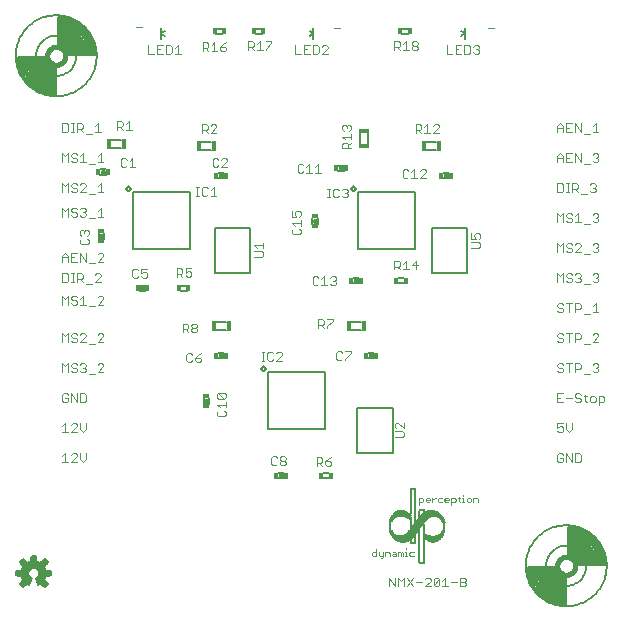
<source format=gto>
G75*
%MOIN*%
%OFA0B0*%
%FSLAX24Y24*%
%IPPOS*%
%LPD*%
%AMOC8*
5,1,8,0,0,1.08239X$1,22.5*
%
%ADD10C,0.0030*%
%ADD11C,0.0098*%
%ADD12C,0.0060*%
%ADD13C,0.0180*%
%ADD14C,0.0080*%
%ADD15C,0.0050*%
%ADD16R,0.0160X0.0340*%
%ADD17R,0.0118X0.0236*%
%ADD18C,0.0160*%
%ADD19R,0.0236X0.0118*%
%ADD20R,0.0340X0.0160*%
%ADD21R,0.0187X0.0007*%
%ADD22R,0.0187X0.0007*%
%ADD23R,0.0041X0.0007*%
%ADD24R,0.0042X0.0007*%
%ADD25R,0.0041X0.0007*%
%ADD26R,0.0042X0.0007*%
%ADD27R,0.0187X0.0007*%
%ADD28R,0.0187X0.0007*%
%ADD29R,0.0090X0.0007*%
%ADD30R,0.0076X0.0007*%
%ADD31R,0.0180X0.0007*%
%ADD32R,0.0160X0.0007*%
%ADD33R,0.0243X0.0007*%
%ADD34R,0.0042X0.0007*%
%ADD35R,0.0201X0.0007*%
%ADD36R,0.0285X0.0007*%
%ADD37R,0.0042X0.0007*%
%ADD38R,0.0243X0.0007*%
%ADD39R,0.0326X0.0007*%
%ADD40R,0.0285X0.0007*%
%ADD41R,0.0354X0.0007*%
%ADD42R,0.0313X0.0007*%
%ADD43R,0.0389X0.0007*%
%ADD44R,0.0340X0.0007*%
%ADD45R,0.0417X0.0007*%
%ADD46R,0.0368X0.0007*%
%ADD47R,0.0444X0.0007*%
%ADD48R,0.0514X0.0007*%
%ADD49R,0.0410X0.0007*%
%ADD50R,0.0521X0.0007*%
%ADD51R,0.0430X0.0007*%
%ADD52R,0.0535X0.0007*%
%ADD53R,0.0451X0.0007*%
%ADD54R,0.0542X0.0007*%
%ADD55R,0.0472X0.0007*%
%ADD56R,0.0549X0.0007*%
%ADD57R,0.0486X0.0007*%
%ADD58R,0.0563X0.0007*%
%ADD59R,0.0500X0.0007*%
%ADD60R,0.0576X0.0007*%
%ADD61R,0.0514X0.0007*%
%ADD62R,0.0590X0.0007*%
%ADD63R,0.0528X0.0007*%
%ADD64R,0.0604X0.0007*%
%ADD65R,0.0591X0.0007*%
%ADD66R,0.0618X0.0007*%
%ADD67R,0.0598X0.0007*%
%ADD68R,0.0632X0.0007*%
%ADD69R,0.0605X0.0007*%
%ADD70R,0.0646X0.0007*%
%ADD71R,0.0611X0.0007*%
%ADD72R,0.0660X0.0007*%
%ADD73R,0.0674X0.0007*%
%ADD74R,0.0625X0.0007*%
%ADD75R,0.0687X0.0007*%
%ADD76R,0.0632X0.0007*%
%ADD77R,0.0694X0.0007*%
%ADD78R,0.0639X0.0007*%
%ADD79R,0.0708X0.0007*%
%ADD80R,0.0639X0.0007*%
%ADD81R,0.0715X0.0007*%
%ADD82R,0.0729X0.0007*%
%ADD83R,0.0653X0.0007*%
%ADD84R,0.0743X0.0007*%
%ADD85R,0.0653X0.0007*%
%ADD86R,0.0750X0.0007*%
%ADD87R,0.0660X0.0007*%
%ADD88R,0.0757X0.0007*%
%ADD89R,0.0292X0.0007*%
%ADD90R,0.0479X0.0007*%
%ADD91R,0.0236X0.0007*%
%ADD92R,0.0222X0.0007*%
%ADD93R,0.0444X0.0007*%
%ADD94R,0.0209X0.0007*%
%ADD95R,0.0215X0.0007*%
%ADD96R,0.0423X0.0007*%
%ADD97R,0.0188X0.0007*%
%ADD98R,0.0194X0.0007*%
%ADD99R,0.0402X0.0007*%
%ADD100R,0.0167X0.0007*%
%ADD101R,0.0188X0.0007*%
%ADD102R,0.0181X0.0007*%
%ADD103R,0.0389X0.0007*%
%ADD104R,0.0153X0.0007*%
%ADD105R,0.0174X0.0007*%
%ADD106R,0.0375X0.0007*%
%ADD107R,0.0139X0.0007*%
%ADD108R,0.0167X0.0007*%
%ADD109R,0.0361X0.0007*%
%ADD110R,0.0125X0.0007*%
%ADD111R,0.0167X0.0007*%
%ADD112R,0.0347X0.0007*%
%ADD113R,0.0111X0.0007*%
%ADD114R,0.0153X0.0007*%
%ADD115R,0.0340X0.0007*%
%ADD116R,0.0105X0.0007*%
%ADD117R,0.0146X0.0007*%
%ADD118R,0.0333X0.0007*%
%ADD119R,0.0091X0.0007*%
%ADD120R,0.0146X0.0007*%
%ADD121R,0.0333X0.0007*%
%ADD122R,0.0084X0.0007*%
%ADD123R,0.0132X0.0007*%
%ADD124R,0.0139X0.0007*%
%ADD125R,0.0070X0.0007*%
%ADD126R,0.0132X0.0007*%
%ADD127R,0.0132X0.0007*%
%ADD128R,0.0326X0.0007*%
%ADD129R,0.0063X0.0007*%
%ADD130R,0.0125X0.0007*%
%ADD131R,0.0056X0.0007*%
%ADD132R,0.0312X0.0007*%
%ADD133R,0.0049X0.0007*%
%ADD134R,0.0312X0.0007*%
%ADD135R,0.0118X0.0007*%
%ADD136R,0.0313X0.0007*%
%ADD137R,0.0118X0.0007*%
%ADD138R,0.0112X0.0007*%
%ADD139R,0.0111X0.0007*%
%ADD140R,0.0306X0.0007*%
%ADD141R,0.0306X0.0007*%
%ADD142R,0.0105X0.0007*%
%ADD143R,0.0112X0.0007*%
%ADD144R,0.0098X0.0007*%
%ADD145R,0.0098X0.0007*%
%ADD146R,0.0097X0.0007*%
%ADD147R,0.0347X0.0007*%
%ADD148R,0.0097X0.0007*%
%ADD149R,0.0347X0.0007*%
%ADD150R,0.0090X0.0007*%
%ADD151R,0.0097X0.0007*%
%ADD152R,0.0091X0.0007*%
%ADD153R,0.0083X0.0007*%
%ADD154R,0.0083X0.0007*%
%ADD155R,0.0299X0.0007*%
%ADD156R,0.0299X0.0007*%
%ADD157R,0.0299X0.0007*%
%ADD158R,0.0305X0.0007*%
%ADD159R,0.0305X0.0007*%
%ADD160R,0.0104X0.0007*%
%ADD161R,0.0319X0.0007*%
%ADD162R,0.0319X0.0007*%
%ADD163R,0.0063X0.0007*%
%ADD164R,0.0070X0.0007*%
%ADD165R,0.0319X0.0007*%
%ADD166R,0.0077X0.0007*%
%ADD167R,0.0139X0.0007*%
%ADD168R,0.0139X0.0007*%
%ADD169R,0.0160X0.0007*%
%ADD170R,0.0119X0.0007*%
%ADD171R,0.0361X0.0007*%
%ADD172R,0.0174X0.0007*%
%ADD173R,0.0375X0.0007*%
%ADD174R,0.0388X0.0007*%
%ADD175R,0.0174X0.0007*%
%ADD176R,0.0402X0.0007*%
%ADD177R,0.0195X0.0007*%
%ADD178R,0.0222X0.0007*%
%ADD179R,0.0223X0.0007*%
%ADD180R,0.0444X0.0007*%
%ADD181R,0.0250X0.0007*%
%ADD182R,0.0320X0.0007*%
%ADD183R,0.0798X0.0007*%
%ADD184R,0.0667X0.0007*%
%ADD185R,0.0736X0.0007*%
%ADD186R,0.0722X0.0007*%
%ADD187R,0.0646X0.0007*%
%ADD188R,0.0639X0.0007*%
%ADD189R,0.0694X0.0007*%
%ADD190R,0.0632X0.0007*%
%ADD191R,0.0680X0.0007*%
%ADD192R,0.0666X0.0007*%
%ADD193R,0.0625X0.0007*%
%ADD194R,0.0619X0.0007*%
%ADD195R,0.0612X0.0007*%
%ADD196R,0.0632X0.0007*%
%ADD197R,0.0605X0.0007*%
%ADD198R,0.0549X0.0007*%
%ADD199R,0.0604X0.0007*%
%ADD200R,0.0535X0.0007*%
%ADD201R,0.0577X0.0007*%
%ADD202R,0.0542X0.0007*%
%ADD203R,0.0465X0.0007*%
%ADD204R,0.0444X0.0007*%
%ADD205R,0.0528X0.0007*%
%ADD206R,0.0514X0.0007*%
%ADD207R,0.0403X0.0007*%
%ADD208R,0.0507X0.0007*%
%ADD209R,0.0382X0.0007*%
%ADD210R,0.0437X0.0007*%
%ADD211R,0.0410X0.0007*%
%ADD212R,0.0334X0.0007*%
%ADD213R,0.0354X0.0007*%
%ADD214R,0.0271X0.0007*%
%ADD215R,0.0278X0.0007*%
%ADD216R,0.0229X0.0007*%
%ADD217R,0.0166X0.0007*%
%ADD218C,0.0020*%
%ADD219C,0.0059*%
D10*
X003963Y004953D02*
X004156Y004953D01*
X004060Y004953D02*
X004060Y005243D01*
X003963Y005146D01*
X004258Y005194D02*
X004306Y005243D01*
X004403Y005243D01*
X004451Y005194D01*
X004451Y005146D01*
X004258Y004953D01*
X004451Y004953D01*
X004552Y005049D02*
X004649Y004953D01*
X004746Y005049D01*
X004746Y005243D01*
X004552Y005243D02*
X004552Y005049D01*
X004649Y005953D02*
X004746Y006049D01*
X004746Y006243D01*
X004552Y006243D02*
X004552Y006049D01*
X004649Y005953D01*
X004451Y005953D02*
X004258Y005953D01*
X004451Y006146D01*
X004451Y006194D01*
X004403Y006243D01*
X004306Y006243D01*
X004258Y006194D01*
X004060Y006243D02*
X004060Y005953D01*
X004156Y005953D02*
X003963Y005953D01*
X003963Y006146D02*
X004060Y006243D01*
X004011Y006953D02*
X004108Y006953D01*
X004156Y007001D01*
X004156Y007098D01*
X004060Y007098D01*
X004156Y007194D02*
X004108Y007243D01*
X004011Y007243D01*
X003963Y007194D01*
X003963Y007001D01*
X004011Y006953D01*
X004258Y006953D02*
X004258Y007243D01*
X004451Y006953D01*
X004451Y007243D01*
X004552Y007243D02*
X004552Y006953D01*
X004697Y006953D01*
X004746Y007001D01*
X004746Y007194D01*
X004697Y007243D01*
X004552Y007243D01*
X004601Y007953D02*
X004552Y008001D01*
X004601Y007953D02*
X004697Y007953D01*
X004746Y008001D01*
X004746Y008049D01*
X004697Y008098D01*
X004649Y008098D01*
X004697Y008098D02*
X004746Y008146D01*
X004746Y008194D01*
X004697Y008243D01*
X004601Y008243D01*
X004552Y008194D01*
X004451Y008194D02*
X004403Y008243D01*
X004306Y008243D01*
X004258Y008194D01*
X004258Y008146D01*
X004306Y008098D01*
X004403Y008098D01*
X004451Y008049D01*
X004451Y008001D01*
X004403Y007953D01*
X004306Y007953D01*
X004258Y008001D01*
X004156Y007953D02*
X004156Y008243D01*
X004060Y008146D01*
X003963Y008243D01*
X003963Y007953D01*
X004847Y007904D02*
X005040Y007904D01*
X005141Y007953D02*
X005335Y008146D01*
X005335Y008194D01*
X005287Y008243D01*
X005190Y008243D01*
X005141Y008194D01*
X005141Y007953D02*
X005335Y007953D01*
X005040Y008904D02*
X004847Y008904D01*
X004746Y008953D02*
X004552Y008953D01*
X004746Y009146D01*
X004746Y009194D01*
X004697Y009243D01*
X004601Y009243D01*
X004552Y009194D01*
X004451Y009194D02*
X004403Y009243D01*
X004306Y009243D01*
X004258Y009194D01*
X004258Y009146D01*
X004306Y009098D01*
X004403Y009098D01*
X004451Y009049D01*
X004451Y009001D01*
X004403Y008953D01*
X004306Y008953D01*
X004258Y009001D01*
X004156Y008953D02*
X004156Y009243D01*
X004060Y009146D01*
X003963Y009243D01*
X003963Y008953D01*
X005141Y008953D02*
X005335Y009146D01*
X005335Y009194D01*
X005287Y009243D01*
X005190Y009243D01*
X005141Y009194D01*
X005141Y008953D02*
X005335Y008953D01*
X005040Y010154D02*
X004847Y010154D01*
X004746Y010203D02*
X004552Y010203D01*
X004649Y010203D02*
X004649Y010493D01*
X004552Y010396D01*
X004451Y010444D02*
X004403Y010493D01*
X004306Y010493D01*
X004258Y010444D01*
X004258Y010396D01*
X004306Y010348D01*
X004403Y010348D01*
X004451Y010299D01*
X004451Y010251D01*
X004403Y010203D01*
X004306Y010203D01*
X004258Y010251D01*
X004156Y010203D02*
X004156Y010493D01*
X004060Y010396D01*
X003963Y010493D01*
X003963Y010203D01*
X003963Y010953D02*
X004108Y010953D01*
X004156Y011001D01*
X004156Y011194D01*
X004108Y011243D01*
X003963Y011243D01*
X003963Y010953D01*
X004258Y010953D02*
X004354Y010953D01*
X004306Y010953D02*
X004306Y011243D01*
X004258Y011243D02*
X004354Y011243D01*
X004454Y011243D02*
X004599Y011243D01*
X004647Y011194D01*
X004647Y011098D01*
X004599Y011049D01*
X004454Y011049D01*
X004454Y010953D02*
X004454Y011243D01*
X004551Y011049D02*
X004647Y010953D01*
X004749Y010904D02*
X004942Y010904D01*
X005043Y010953D02*
X005237Y011146D01*
X005237Y011194D01*
X005188Y011243D01*
X005092Y011243D01*
X005043Y011194D01*
X005043Y010953D02*
X005237Y010953D01*
X005190Y010493D02*
X005141Y010444D01*
X005190Y010493D02*
X005287Y010493D01*
X005335Y010444D01*
X005335Y010396D01*
X005141Y010203D01*
X005335Y010203D01*
X006300Y011151D02*
X006349Y011103D01*
X006445Y011103D01*
X006494Y011151D01*
X006595Y011151D02*
X006643Y011103D01*
X006740Y011103D01*
X006789Y011151D01*
X006789Y011248D01*
X006740Y011296D01*
X006692Y011296D01*
X006595Y011248D01*
X006595Y011393D01*
X006789Y011393D01*
X006494Y011344D02*
X006445Y011393D01*
X006349Y011393D01*
X006300Y011344D01*
X006300Y011151D01*
X005335Y011640D02*
X005141Y011640D01*
X005335Y011833D01*
X005335Y011882D01*
X005287Y011930D01*
X005190Y011930D01*
X005141Y011882D01*
X005040Y011592D02*
X004847Y011592D01*
X004746Y011640D02*
X004746Y011930D01*
X004552Y011930D02*
X004746Y011640D01*
X004552Y011640D02*
X004552Y011930D01*
X004451Y011930D02*
X004258Y011930D01*
X004258Y011640D01*
X004451Y011640D01*
X004354Y011785D02*
X004258Y011785D01*
X004156Y011785D02*
X003963Y011785D01*
X003963Y011833D02*
X004060Y011930D01*
X004156Y011833D01*
X004156Y011640D01*
X003963Y011640D02*
X003963Y011833D01*
X004550Y012262D02*
X004550Y012358D01*
X004598Y012407D01*
X004598Y012508D02*
X004550Y012556D01*
X004550Y012653D01*
X004598Y012701D01*
X004647Y012701D01*
X004695Y012653D01*
X004744Y012701D01*
X004792Y012701D01*
X004840Y012653D01*
X004840Y012556D01*
X004792Y012508D01*
X004792Y012407D02*
X004840Y012358D01*
X004840Y012262D01*
X004792Y012213D01*
X004598Y012213D01*
X004550Y012262D01*
X004695Y012605D02*
X004695Y012653D01*
X004847Y013092D02*
X005040Y013092D01*
X005141Y013140D02*
X005335Y013140D01*
X005238Y013140D02*
X005238Y013430D01*
X005141Y013333D01*
X004746Y013333D02*
X004697Y013285D01*
X004746Y013237D01*
X004746Y013188D01*
X004697Y013140D01*
X004601Y013140D01*
X004552Y013188D01*
X004451Y013188D02*
X004403Y013140D01*
X004306Y013140D01*
X004258Y013188D01*
X004306Y013285D02*
X004403Y013285D01*
X004451Y013237D01*
X004451Y013188D01*
X004306Y013285D02*
X004258Y013333D01*
X004258Y013382D01*
X004306Y013430D01*
X004403Y013430D01*
X004451Y013382D01*
X004552Y013382D02*
X004601Y013430D01*
X004697Y013430D01*
X004746Y013382D01*
X004746Y013333D01*
X004697Y013285D02*
X004649Y013285D01*
X004156Y013430D02*
X004156Y013140D01*
X003963Y013140D02*
X003963Y013430D01*
X004060Y013333D01*
X004156Y013430D01*
X004156Y013953D02*
X004156Y014243D01*
X004060Y014146D01*
X003963Y014243D01*
X003963Y013953D01*
X004258Y014001D02*
X004306Y013953D01*
X004403Y013953D01*
X004451Y014001D01*
X004451Y014049D01*
X004403Y014098D01*
X004306Y014098D01*
X004258Y014146D01*
X004258Y014194D01*
X004306Y014243D01*
X004403Y014243D01*
X004451Y014194D01*
X004552Y014194D02*
X004601Y014243D01*
X004697Y014243D01*
X004746Y014194D01*
X004746Y014146D01*
X004552Y013953D01*
X004746Y013953D01*
X004847Y013904D02*
X005040Y013904D01*
X005141Y013953D02*
X005335Y013953D01*
X005238Y013953D02*
X005238Y014243D01*
X005141Y014146D01*
X005040Y014904D02*
X004847Y014904D01*
X004746Y014953D02*
X004552Y014953D01*
X004649Y014953D02*
X004649Y015243D01*
X004552Y015146D01*
X004451Y015194D02*
X004403Y015243D01*
X004306Y015243D01*
X004258Y015194D01*
X004258Y015146D01*
X004306Y015098D01*
X004403Y015098D01*
X004451Y015049D01*
X004451Y015001D01*
X004403Y014953D01*
X004306Y014953D01*
X004258Y015001D01*
X004156Y014953D02*
X004156Y015243D01*
X004060Y015146D01*
X003963Y015243D01*
X003963Y014953D01*
X004749Y015904D02*
X004942Y015904D01*
X005043Y015953D02*
X005237Y015953D01*
X005140Y015953D02*
X005140Y016243D01*
X005043Y016146D01*
X004647Y016098D02*
X004599Y016049D01*
X004454Y016049D01*
X004454Y015953D02*
X004454Y016243D01*
X004599Y016243D01*
X004647Y016194D01*
X004647Y016098D01*
X004551Y016049D02*
X004647Y015953D01*
X004354Y015953D02*
X004258Y015953D01*
X004306Y015953D02*
X004306Y016243D01*
X004258Y016243D02*
X004354Y016243D01*
X004156Y016194D02*
X004156Y016001D01*
X004108Y015953D01*
X003963Y015953D01*
X003963Y016243D01*
X004108Y016243D01*
X004156Y016194D01*
X005141Y015146D02*
X005238Y015243D01*
X005238Y014953D01*
X005141Y014953D02*
X005335Y014953D01*
X005911Y015037D02*
X005911Y014843D01*
X005959Y014795D01*
X006056Y014795D01*
X006105Y014843D01*
X006206Y014795D02*
X006399Y014795D01*
X006302Y014795D02*
X006302Y015085D01*
X006206Y014988D01*
X006105Y015037D02*
X006056Y015085D01*
X005959Y015085D01*
X005911Y015037D01*
X005980Y016033D02*
X005883Y016129D01*
X005931Y016129D02*
X005786Y016129D01*
X005786Y016033D02*
X005786Y016323D01*
X005931Y016323D01*
X005980Y016274D01*
X005980Y016178D01*
X005931Y016129D01*
X006081Y016033D02*
X006274Y016033D01*
X006177Y016033D02*
X006177Y016323D01*
X006081Y016226D01*
X008417Y014132D02*
X008513Y014132D01*
X008465Y014132D02*
X008465Y013841D01*
X008417Y013841D02*
X008513Y013841D01*
X008613Y013890D02*
X008613Y014083D01*
X008661Y014132D01*
X008758Y014132D01*
X008807Y014083D01*
X008908Y014035D02*
X009004Y014132D01*
X009004Y013841D01*
X008908Y013841D02*
X009101Y013841D01*
X008807Y013890D02*
X008758Y013841D01*
X008661Y013841D01*
X008613Y013890D01*
X009022Y014795D02*
X009119Y014795D01*
X009167Y014843D01*
X009268Y014795D02*
X009462Y014988D01*
X009462Y015037D01*
X009413Y015085D01*
X009317Y015085D01*
X009268Y015037D01*
X009167Y015037D02*
X009119Y015085D01*
X009022Y015085D01*
X008974Y015037D01*
X008974Y014843D01*
X009022Y014795D01*
X009268Y014795D02*
X009462Y014795D01*
X009101Y015928D02*
X008908Y015928D01*
X009101Y016121D01*
X009101Y016169D01*
X009053Y016218D01*
X008956Y016218D01*
X008908Y016169D01*
X008806Y016169D02*
X008806Y016073D01*
X008758Y016024D01*
X008613Y016024D01*
X008613Y015928D02*
X008613Y016218D01*
X008758Y016218D01*
X008806Y016169D01*
X008710Y016024D02*
X008806Y015928D01*
X008835Y018658D02*
X008738Y018754D01*
X008787Y018754D02*
X008641Y018754D01*
X008641Y018658D02*
X008641Y018948D01*
X008787Y018948D01*
X008835Y018899D01*
X008835Y018803D01*
X008787Y018754D01*
X008936Y018658D02*
X009130Y018658D01*
X009033Y018658D02*
X009033Y018948D01*
X008936Y018851D01*
X009231Y018803D02*
X009231Y018706D01*
X009279Y018658D01*
X009376Y018658D01*
X009424Y018706D01*
X009424Y018754D01*
X009376Y018803D01*
X009231Y018803D01*
X009327Y018899D01*
X009424Y018948D01*
X010150Y018980D02*
X010150Y018690D01*
X010150Y018787D02*
X010295Y018787D01*
X010344Y018835D01*
X010344Y018932D01*
X010295Y018980D01*
X010150Y018980D01*
X010247Y018787D02*
X010344Y018690D01*
X010445Y018690D02*
X010639Y018690D01*
X010542Y018690D02*
X010542Y018980D01*
X010445Y018883D01*
X010740Y018980D02*
X010933Y018980D01*
X010933Y018932D01*
X010740Y018738D01*
X010740Y018690D01*
X011725Y018565D02*
X011919Y018565D01*
X012020Y018565D02*
X012214Y018565D01*
X012315Y018565D02*
X012460Y018565D01*
X012508Y018613D01*
X012508Y018807D01*
X012460Y018855D01*
X012315Y018855D01*
X012315Y018565D01*
X012117Y018710D02*
X012020Y018710D01*
X012020Y018855D02*
X012020Y018565D01*
X012020Y018855D02*
X012214Y018855D01*
X012609Y018807D02*
X012658Y018855D01*
X012754Y018855D01*
X012803Y018807D01*
X012803Y018758D01*
X012609Y018565D01*
X012803Y018565D01*
X013025Y019410D02*
X013219Y019410D01*
X011725Y018855D02*
X011725Y018565D01*
X013341Y016198D02*
X013389Y016198D01*
X013438Y016149D01*
X013486Y016198D01*
X013534Y016198D01*
X013583Y016149D01*
X013583Y016053D01*
X013534Y016004D01*
X013583Y015903D02*
X013583Y015710D01*
X013583Y015806D02*
X013293Y015806D01*
X013389Y015710D01*
X013341Y015608D02*
X013438Y015608D01*
X013486Y015560D01*
X013486Y015415D01*
X013486Y015512D02*
X013583Y015608D01*
X013583Y015415D02*
X013293Y015415D01*
X013293Y015560D01*
X013341Y015608D01*
X013341Y016004D02*
X013293Y016053D01*
X013293Y016149D01*
X013341Y016198D01*
X013438Y016149D02*
X013438Y016101D01*
X012490Y014898D02*
X012490Y014608D01*
X012393Y014608D02*
X012587Y014608D01*
X012393Y014801D02*
X012490Y014898D01*
X012195Y014898D02*
X012195Y014608D01*
X012099Y014608D02*
X012292Y014608D01*
X012099Y014801D02*
X012195Y014898D01*
X011997Y014849D02*
X011949Y014898D01*
X011852Y014898D01*
X011804Y014849D01*
X011804Y014656D01*
X011852Y014608D01*
X011949Y014608D01*
X011997Y014656D01*
X012792Y014069D02*
X012888Y014069D01*
X012840Y014069D02*
X012840Y013779D01*
X012792Y013779D02*
X012888Y013779D01*
X012988Y013827D02*
X013036Y013779D01*
X013133Y013779D01*
X013182Y013827D01*
X013283Y013827D02*
X013331Y013779D01*
X013428Y013779D01*
X013476Y013827D01*
X013476Y013876D01*
X013428Y013924D01*
X013379Y013924D01*
X013428Y013924D02*
X013476Y013972D01*
X013476Y014021D01*
X013428Y014069D01*
X013331Y014069D01*
X013283Y014021D01*
X013182Y014021D02*
X013133Y014069D01*
X013036Y014069D01*
X012988Y014021D01*
X012988Y013827D01*
X011903Y013278D02*
X011903Y013181D01*
X011854Y013133D01*
X011758Y013133D02*
X011709Y013230D01*
X011709Y013278D01*
X011758Y013326D01*
X011854Y013326D01*
X011903Y013278D01*
X011758Y013133D02*
X011613Y013133D01*
X011613Y013326D01*
X011613Y012935D02*
X011903Y012935D01*
X011903Y012838D02*
X011903Y013032D01*
X011709Y012838D02*
X011613Y012935D01*
X011661Y012737D02*
X011613Y012689D01*
X011613Y012592D01*
X011661Y012544D01*
X011854Y012544D01*
X011903Y012592D01*
X011903Y012689D01*
X011854Y012737D01*
X010652Y012272D02*
X010652Y012079D01*
X010652Y012176D02*
X010362Y012176D01*
X010458Y012079D01*
X010362Y011978D02*
X010603Y011978D01*
X010652Y011929D01*
X010652Y011833D01*
X010603Y011784D01*
X010362Y011784D01*
X012304Y011099D02*
X012304Y010906D01*
X012352Y010858D01*
X012449Y010858D01*
X012497Y010906D01*
X012599Y010858D02*
X012792Y010858D01*
X012695Y010858D02*
X012695Y011148D01*
X012599Y011051D01*
X012497Y011099D02*
X012449Y011148D01*
X012352Y011148D01*
X012304Y011099D01*
X012893Y011099D02*
X012942Y011148D01*
X013038Y011148D01*
X013087Y011099D01*
X013087Y011051D01*
X013038Y011003D01*
X013087Y010954D01*
X013087Y010906D01*
X013038Y010858D01*
X012942Y010858D01*
X012893Y010906D01*
X012990Y011003D02*
X013038Y011003D01*
X012976Y009718D02*
X012976Y009669D01*
X012783Y009476D01*
X012783Y009428D01*
X012681Y009428D02*
X012585Y009524D01*
X012633Y009524D02*
X012488Y009524D01*
X012488Y009428D02*
X012488Y009718D01*
X012633Y009718D01*
X012681Y009669D01*
X012681Y009573D01*
X012633Y009524D01*
X012783Y009718D02*
X012976Y009718D01*
X013147Y008648D02*
X013099Y008599D01*
X013099Y008406D01*
X013147Y008358D01*
X013244Y008358D01*
X013292Y008406D01*
X013393Y008406D02*
X013393Y008358D01*
X013393Y008406D02*
X013587Y008599D01*
X013587Y008648D01*
X013393Y008648D01*
X013292Y008599D02*
X013244Y008648D01*
X013147Y008648D01*
X011289Y008583D02*
X011240Y008632D01*
X011144Y008632D01*
X011095Y008583D01*
X010994Y008583D02*
X010946Y008632D01*
X010849Y008632D01*
X010801Y008583D01*
X010801Y008390D01*
X010849Y008341D01*
X010946Y008341D01*
X010994Y008390D01*
X011095Y008341D02*
X011289Y008535D01*
X011289Y008583D01*
X011289Y008341D02*
X011095Y008341D01*
X010701Y008341D02*
X010604Y008341D01*
X010652Y008341D02*
X010652Y008632D01*
X010604Y008632D02*
X010701Y008632D01*
X009354Y007264D02*
X009403Y007215D01*
X009403Y007119D01*
X009354Y007070D01*
X009161Y007264D01*
X009354Y007264D01*
X009161Y007264D02*
X009113Y007215D01*
X009113Y007119D01*
X009161Y007070D01*
X009354Y007070D01*
X009403Y006969D02*
X009403Y006776D01*
X009403Y006872D02*
X009113Y006872D01*
X009209Y006776D01*
X009161Y006675D02*
X009113Y006626D01*
X009113Y006529D01*
X009161Y006481D01*
X009354Y006481D01*
X009403Y006529D01*
X009403Y006626D01*
X009354Y006675D01*
X008538Y008295D02*
X008442Y008295D01*
X008393Y008343D01*
X008393Y008440D01*
X008538Y008440D01*
X008587Y008392D01*
X008587Y008343D01*
X008538Y008295D01*
X008393Y008440D02*
X008490Y008537D01*
X008587Y008585D01*
X008292Y008537D02*
X008244Y008585D01*
X008147Y008585D01*
X008099Y008537D01*
X008099Y008343D01*
X008147Y008295D01*
X008244Y008295D01*
X008292Y008343D01*
X008317Y009283D02*
X008268Y009331D01*
X008268Y009379D01*
X008317Y009428D01*
X008413Y009428D01*
X008462Y009379D01*
X008462Y009331D01*
X008413Y009283D01*
X008317Y009283D01*
X008317Y009428D02*
X008268Y009476D01*
X008268Y009524D01*
X008317Y009573D01*
X008413Y009573D01*
X008462Y009524D01*
X008462Y009476D01*
X008413Y009428D01*
X008167Y009428D02*
X008167Y009524D01*
X008119Y009573D01*
X007974Y009573D01*
X007974Y009283D01*
X007974Y009379D02*
X008119Y009379D01*
X008167Y009428D01*
X008070Y009379D02*
X008167Y009283D01*
X008215Y011128D02*
X008118Y011128D01*
X008070Y011176D01*
X008070Y011273D02*
X008167Y011321D01*
X008215Y011321D01*
X008264Y011273D01*
X008264Y011176D01*
X008215Y011128D01*
X008070Y011273D02*
X008070Y011418D01*
X008264Y011418D01*
X007969Y011369D02*
X007969Y011273D01*
X007920Y011224D01*
X007775Y011224D01*
X007775Y011128D02*
X007775Y011418D01*
X007920Y011418D01*
X007969Y011369D01*
X007872Y011224D02*
X007969Y011128D01*
X010974Y005143D02*
X010925Y005094D01*
X010925Y004901D01*
X010974Y004853D01*
X011070Y004853D01*
X011119Y004901D01*
X011220Y004901D02*
X011220Y004949D01*
X011268Y004998D01*
X011365Y004998D01*
X011414Y004949D01*
X011414Y004901D01*
X011365Y004853D01*
X011268Y004853D01*
X011220Y004901D01*
X011268Y004998D02*
X011220Y005046D01*
X011220Y005094D01*
X011268Y005143D01*
X011365Y005143D01*
X011414Y005094D01*
X011414Y005046D01*
X011365Y004998D01*
X011119Y005094D02*
X011070Y005143D01*
X010974Y005143D01*
X012436Y005123D02*
X012436Y004833D01*
X012436Y004929D02*
X012581Y004929D01*
X012630Y004978D01*
X012630Y005074D01*
X012581Y005123D01*
X012436Y005123D01*
X012533Y004929D02*
X012630Y004833D01*
X012731Y004881D02*
X012779Y004833D01*
X012876Y004833D01*
X012924Y004881D01*
X012924Y004929D01*
X012876Y004978D01*
X012731Y004978D01*
X012731Y004881D01*
X012731Y004978D02*
X012827Y005074D01*
X012924Y005123D01*
X015049Y005784D02*
X015291Y005784D01*
X015339Y005833D01*
X015339Y005929D01*
X015291Y005978D01*
X015049Y005978D01*
X015097Y006079D02*
X015049Y006127D01*
X015049Y006224D01*
X015097Y006272D01*
X015146Y006272D01*
X015339Y006079D01*
X015339Y006272D01*
X020463Y006243D02*
X020463Y006098D01*
X020560Y006146D01*
X020608Y006146D01*
X020656Y006098D01*
X020656Y006001D01*
X020608Y005953D01*
X020511Y005953D01*
X020463Y006001D01*
X020463Y006243D02*
X020656Y006243D01*
X020758Y006243D02*
X020758Y006049D01*
X020854Y005953D01*
X020951Y006049D01*
X020951Y006243D01*
X021101Y006953D02*
X021052Y007001D01*
X021101Y006953D02*
X021197Y006953D01*
X021246Y007001D01*
X021246Y007049D01*
X021197Y007098D01*
X021101Y007098D01*
X021052Y007146D01*
X021052Y007194D01*
X021101Y007243D01*
X021197Y007243D01*
X021246Y007194D01*
X021347Y007146D02*
X021444Y007146D01*
X021395Y007194D02*
X021395Y007001D01*
X021444Y006953D01*
X021543Y007001D02*
X021543Y007098D01*
X021592Y007146D01*
X021688Y007146D01*
X021737Y007098D01*
X021737Y007001D01*
X021688Y006953D01*
X021592Y006953D01*
X021543Y007001D01*
X021838Y006953D02*
X021983Y006953D01*
X022031Y007001D01*
X022031Y007098D01*
X021983Y007146D01*
X021838Y007146D01*
X021838Y006856D01*
X020951Y007098D02*
X020758Y007098D01*
X020656Y007243D02*
X020463Y007243D01*
X020463Y006953D01*
X020656Y006953D01*
X020560Y007098D02*
X020463Y007098D01*
X020511Y007953D02*
X020463Y008001D01*
X020511Y007953D02*
X020608Y007953D01*
X020656Y008001D01*
X020656Y008049D01*
X020608Y008098D01*
X020511Y008098D01*
X020463Y008146D01*
X020463Y008194D01*
X020511Y008243D01*
X020608Y008243D01*
X020656Y008194D01*
X020758Y008243D02*
X020951Y008243D01*
X020854Y008243D02*
X020854Y007953D01*
X021052Y007953D02*
X021052Y008243D01*
X021197Y008243D01*
X021246Y008194D01*
X021246Y008098D01*
X021197Y008049D01*
X021052Y008049D01*
X021347Y007904D02*
X021540Y007904D01*
X021641Y008001D02*
X021690Y007953D01*
X021787Y007953D01*
X021835Y008001D01*
X021835Y008049D01*
X021787Y008098D01*
X021738Y008098D01*
X021787Y008098D02*
X021835Y008146D01*
X021835Y008194D01*
X021787Y008243D01*
X021690Y008243D01*
X021641Y008194D01*
X021540Y008904D02*
X021347Y008904D01*
X021197Y009049D02*
X021246Y009098D01*
X021246Y009194D01*
X021197Y009243D01*
X021052Y009243D01*
X021052Y008953D01*
X021052Y009049D02*
X021197Y009049D01*
X020951Y009243D02*
X020758Y009243D01*
X020854Y009243D02*
X020854Y008953D01*
X020656Y009001D02*
X020608Y008953D01*
X020511Y008953D01*
X020463Y009001D01*
X020511Y009098D02*
X020608Y009098D01*
X020656Y009049D01*
X020656Y009001D01*
X020511Y009098D02*
X020463Y009146D01*
X020463Y009194D01*
X020511Y009243D01*
X020608Y009243D01*
X020656Y009194D01*
X020608Y009953D02*
X020511Y009953D01*
X020463Y010001D01*
X020511Y010098D02*
X020608Y010098D01*
X020656Y010049D01*
X020656Y010001D01*
X020608Y009953D01*
X020511Y010098D02*
X020463Y010146D01*
X020463Y010194D01*
X020511Y010243D01*
X020608Y010243D01*
X020656Y010194D01*
X020758Y010243D02*
X020951Y010243D01*
X020854Y010243D02*
X020854Y009953D01*
X021052Y009953D02*
X021052Y010243D01*
X021197Y010243D01*
X021246Y010194D01*
X021246Y010098D01*
X021197Y010049D01*
X021052Y010049D01*
X021347Y009904D02*
X021540Y009904D01*
X021641Y009953D02*
X021835Y009953D01*
X021738Y009953D02*
X021738Y010243D01*
X021641Y010146D01*
X021540Y010904D02*
X021347Y010904D01*
X021246Y011001D02*
X021197Y010953D01*
X021101Y010953D01*
X021052Y011001D01*
X020951Y011001D02*
X020903Y010953D01*
X020806Y010953D01*
X020758Y011001D01*
X020806Y011098D02*
X020903Y011098D01*
X020951Y011049D01*
X020951Y011001D01*
X020806Y011098D02*
X020758Y011146D01*
X020758Y011194D01*
X020806Y011243D01*
X020903Y011243D01*
X020951Y011194D01*
X021052Y011194D02*
X021101Y011243D01*
X021197Y011243D01*
X021246Y011194D01*
X021246Y011146D01*
X021197Y011098D01*
X021246Y011049D01*
X021246Y011001D01*
X021197Y011098D02*
X021149Y011098D01*
X021641Y011194D02*
X021690Y011243D01*
X021787Y011243D01*
X021835Y011194D01*
X021835Y011146D01*
X021787Y011098D01*
X021835Y011049D01*
X021835Y011001D01*
X021787Y010953D01*
X021690Y010953D01*
X021641Y011001D01*
X021738Y011098D02*
X021787Y011098D01*
X021540Y011904D02*
X021347Y011904D01*
X021246Y011953D02*
X021052Y011953D01*
X021246Y012146D01*
X021246Y012194D01*
X021197Y012243D01*
X021101Y012243D01*
X021052Y012194D01*
X020951Y012194D02*
X020903Y012243D01*
X020806Y012243D01*
X020758Y012194D01*
X020758Y012146D01*
X020806Y012098D01*
X020903Y012098D01*
X020951Y012049D01*
X020951Y012001D01*
X020903Y011953D01*
X020806Y011953D01*
X020758Y012001D01*
X020656Y011953D02*
X020656Y012243D01*
X020560Y012146D01*
X020463Y012243D01*
X020463Y011953D01*
X020463Y011243D02*
X020560Y011146D01*
X020656Y011243D01*
X020656Y010953D01*
X020463Y010953D02*
X020463Y011243D01*
X021641Y012001D02*
X021690Y011953D01*
X021787Y011953D01*
X021835Y012001D01*
X021835Y012049D01*
X021787Y012098D01*
X021738Y012098D01*
X021787Y012098D02*
X021835Y012146D01*
X021835Y012194D01*
X021787Y012243D01*
X021690Y012243D01*
X021641Y012194D01*
X021540Y012904D02*
X021347Y012904D01*
X021246Y012953D02*
X021052Y012953D01*
X021149Y012953D02*
X021149Y013243D01*
X021052Y013146D01*
X020951Y013194D02*
X020903Y013243D01*
X020806Y013243D01*
X020758Y013194D01*
X020758Y013146D01*
X020806Y013098D01*
X020903Y013098D01*
X020951Y013049D01*
X020951Y013001D01*
X020903Y012953D01*
X020806Y012953D01*
X020758Y013001D01*
X020656Y012953D02*
X020656Y013243D01*
X020560Y013146D01*
X020463Y013243D01*
X020463Y012953D01*
X020463Y013953D02*
X020608Y013953D01*
X020656Y014001D01*
X020656Y014194D01*
X020608Y014243D01*
X020463Y014243D01*
X020463Y013953D01*
X020758Y013953D02*
X020854Y013953D01*
X020806Y013953D02*
X020806Y014243D01*
X020758Y014243D02*
X020854Y014243D01*
X020954Y014243D02*
X021099Y014243D01*
X021147Y014194D01*
X021147Y014098D01*
X021099Y014049D01*
X020954Y014049D01*
X020954Y013953D02*
X020954Y014243D01*
X021051Y014049D02*
X021147Y013953D01*
X021249Y013904D02*
X021442Y013904D01*
X021543Y014001D02*
X021592Y013953D01*
X021688Y013953D01*
X021737Y014001D01*
X021737Y014049D01*
X021688Y014098D01*
X021640Y014098D01*
X021688Y014098D02*
X021737Y014146D01*
X021737Y014194D01*
X021688Y014243D01*
X021592Y014243D01*
X021543Y014194D01*
X021540Y014904D02*
X021347Y014904D01*
X021246Y014953D02*
X021246Y015243D01*
X021052Y015243D02*
X021052Y014953D01*
X020951Y014953D02*
X020758Y014953D01*
X020758Y015243D01*
X020951Y015243D01*
X021052Y015243D02*
X021246Y014953D01*
X020854Y015098D02*
X020758Y015098D01*
X020656Y015098D02*
X020463Y015098D01*
X020463Y015146D02*
X020463Y014953D01*
X020463Y015146D02*
X020560Y015243D01*
X020656Y015146D01*
X020656Y014953D01*
X021641Y015001D02*
X021690Y014953D01*
X021787Y014953D01*
X021835Y015001D01*
X021835Y015049D01*
X021787Y015098D01*
X021738Y015098D01*
X021787Y015098D02*
X021835Y015146D01*
X021835Y015194D01*
X021787Y015243D01*
X021690Y015243D01*
X021641Y015194D01*
X021540Y015904D02*
X021347Y015904D01*
X021246Y015953D02*
X021246Y016243D01*
X021052Y016243D02*
X021052Y015953D01*
X020951Y015953D02*
X020758Y015953D01*
X020758Y016243D01*
X020951Y016243D01*
X021052Y016243D02*
X021246Y015953D01*
X020854Y016098D02*
X020758Y016098D01*
X020656Y016098D02*
X020463Y016098D01*
X020463Y016146D02*
X020463Y015953D01*
X020463Y016146D02*
X020560Y016243D01*
X020656Y016146D01*
X020656Y015953D01*
X021641Y015953D02*
X021835Y015953D01*
X021738Y015953D02*
X021738Y016243D01*
X021641Y016146D01*
X021690Y013243D02*
X021787Y013243D01*
X021835Y013194D01*
X021835Y013146D01*
X021787Y013098D01*
X021835Y013049D01*
X021835Y013001D01*
X021787Y012953D01*
X021690Y012953D01*
X021641Y013001D01*
X021738Y013098D02*
X021787Y013098D01*
X021641Y013194D02*
X021690Y013243D01*
X017886Y012536D02*
X017886Y012440D01*
X017838Y012391D01*
X017741Y012391D02*
X017693Y012488D01*
X017693Y012536D01*
X017741Y012585D01*
X017838Y012585D01*
X017886Y012536D01*
X017741Y012391D02*
X017596Y012391D01*
X017596Y012585D01*
X017596Y012290D02*
X017838Y012290D01*
X017886Y012242D01*
X017886Y012145D01*
X017838Y012097D01*
X017596Y012097D01*
X015808Y011523D02*
X015615Y011523D01*
X015760Y011668D01*
X015760Y011378D01*
X015514Y011378D02*
X015320Y011378D01*
X015417Y011378D02*
X015417Y011668D01*
X015320Y011571D01*
X015219Y011619D02*
X015219Y011523D01*
X015170Y011474D01*
X015025Y011474D01*
X015025Y011378D02*
X015025Y011668D01*
X015170Y011668D01*
X015219Y011619D01*
X015122Y011474D02*
X015219Y011378D01*
X015352Y014420D02*
X015449Y014420D01*
X015497Y014468D01*
X015599Y014420D02*
X015792Y014420D01*
X015695Y014420D02*
X015695Y014710D01*
X015599Y014613D01*
X015497Y014662D02*
X015449Y014710D01*
X015352Y014710D01*
X015304Y014662D01*
X015304Y014468D01*
X015352Y014420D01*
X015893Y014420D02*
X016087Y014613D01*
X016087Y014662D01*
X016038Y014710D01*
X015942Y014710D01*
X015893Y014662D01*
X015893Y014420D02*
X016087Y014420D01*
X016129Y015928D02*
X016129Y016218D01*
X016033Y016121D01*
X015931Y016169D02*
X015931Y016073D01*
X015883Y016024D01*
X015738Y016024D01*
X015738Y015928D02*
X015738Y016218D01*
X015883Y016218D01*
X015931Y016169D01*
X015835Y016024D02*
X015931Y015928D01*
X016033Y015928D02*
X016226Y015928D01*
X016327Y015928D02*
X016521Y016121D01*
X016521Y016169D01*
X016472Y016218D01*
X016376Y016218D01*
X016327Y016169D01*
X016327Y015928D02*
X016521Y015928D01*
X016775Y018565D02*
X016969Y018565D01*
X017070Y018565D02*
X017070Y018855D01*
X017264Y018855D01*
X017365Y018855D02*
X017510Y018855D01*
X017558Y018807D01*
X017558Y018613D01*
X017510Y018565D01*
X017365Y018565D01*
X017365Y018855D01*
X017167Y018710D02*
X017070Y018710D01*
X017070Y018565D02*
X017264Y018565D01*
X017659Y018613D02*
X017708Y018565D01*
X017804Y018565D01*
X017853Y018613D01*
X017853Y018662D01*
X017804Y018710D01*
X017756Y018710D01*
X017804Y018710D02*
X017853Y018758D01*
X017853Y018807D01*
X017804Y018855D01*
X017708Y018855D01*
X017659Y018807D01*
X018150Y019410D02*
X018344Y019410D01*
X016775Y018855D02*
X016775Y018565D01*
X015808Y018738D02*
X015760Y018690D01*
X015663Y018690D01*
X015615Y018738D01*
X015615Y018787D01*
X015663Y018835D01*
X015760Y018835D01*
X015808Y018787D01*
X015808Y018738D01*
X015760Y018835D02*
X015808Y018883D01*
X015808Y018932D01*
X015760Y018980D01*
X015663Y018980D01*
X015615Y018932D01*
X015615Y018883D01*
X015663Y018835D01*
X015514Y018690D02*
X015320Y018690D01*
X015417Y018690D02*
X015417Y018980D01*
X015320Y018883D01*
X015219Y018835D02*
X015170Y018787D01*
X015025Y018787D01*
X015025Y018690D02*
X015025Y018980D01*
X015170Y018980D01*
X015219Y018932D01*
X015219Y018835D01*
X015122Y018787D02*
X015219Y018690D01*
X007903Y018565D02*
X007709Y018565D01*
X007806Y018565D02*
X007806Y018855D01*
X007709Y018758D01*
X007608Y018807D02*
X007608Y018613D01*
X007560Y018565D01*
X007415Y018565D01*
X007415Y018855D01*
X007560Y018855D01*
X007608Y018807D01*
X007314Y018855D02*
X007120Y018855D01*
X007120Y018565D01*
X007314Y018565D01*
X007217Y018710D02*
X007120Y018710D01*
X007019Y018565D02*
X006825Y018565D01*
X006825Y018855D01*
X006619Y019473D02*
X006425Y019473D01*
X021641Y009194D02*
X021690Y009243D01*
X021787Y009243D01*
X021835Y009194D01*
X021835Y009146D01*
X021641Y008953D01*
X021835Y008953D01*
X021197Y005243D02*
X021052Y005243D01*
X021052Y004953D01*
X021197Y004953D01*
X021246Y005001D01*
X021246Y005194D01*
X021197Y005243D01*
X020951Y005243D02*
X020951Y004953D01*
X020758Y005243D01*
X020758Y004953D01*
X020656Y005001D02*
X020656Y005098D01*
X020560Y005098D01*
X020656Y005194D02*
X020608Y005243D01*
X020511Y005243D01*
X020463Y005194D01*
X020463Y005001D01*
X020511Y004953D01*
X020608Y004953D01*
X020656Y005001D01*
X017368Y001105D02*
X017223Y001105D01*
X017223Y000815D01*
X017368Y000815D01*
X017416Y000863D01*
X017416Y000912D01*
X017368Y000960D01*
X017223Y000960D01*
X017122Y000960D02*
X016928Y000960D01*
X016827Y000815D02*
X016633Y000815D01*
X016730Y000815D02*
X016730Y001105D01*
X016633Y001008D01*
X016532Y001057D02*
X016532Y000863D01*
X016484Y000815D01*
X016387Y000815D01*
X016339Y000863D01*
X016532Y001057D01*
X016484Y001105D01*
X016387Y001105D01*
X016339Y001057D01*
X016339Y000863D01*
X016238Y000815D02*
X016044Y000815D01*
X016238Y001008D01*
X016238Y001057D01*
X016189Y001105D01*
X016093Y001105D01*
X016044Y001057D01*
X015943Y000960D02*
X015750Y000960D01*
X015648Y000815D02*
X015455Y001105D01*
X015354Y001105D02*
X015354Y000815D01*
X015455Y000815D02*
X015648Y001105D01*
X015354Y001105D02*
X015257Y001008D01*
X015160Y001105D01*
X015160Y000815D01*
X015059Y000815D02*
X015059Y001105D01*
X014866Y001105D02*
X014866Y000815D01*
X015059Y000815D02*
X014866Y001105D01*
X017368Y001105D02*
X017416Y001057D01*
X017416Y001008D01*
X017368Y000960D01*
D11*
X022050Y001548D02*
X021166Y001548D01*
X021166Y001549D02*
X021160Y001587D01*
X021150Y001625D01*
X021136Y001661D01*
X021119Y001696D01*
X021099Y001729D01*
X021075Y001760D01*
X021049Y001789D01*
X021020Y001815D01*
X020989Y001839D01*
X020956Y001859D01*
X020921Y001876D01*
X020885Y001890D01*
X020847Y001900D01*
X020809Y001906D01*
X020808Y002790D01*
X020809Y002790D01*
X020880Y002785D01*
X020951Y002777D01*
X021022Y002764D01*
X021091Y002748D01*
X021160Y002728D01*
X021227Y002704D01*
X021293Y002676D01*
X021357Y002645D01*
X021420Y002610D01*
X021480Y002572D01*
X021538Y002530D01*
X021594Y002485D01*
X021647Y002438D01*
X021698Y002387D01*
X021745Y002334D01*
X021790Y002278D01*
X021832Y002220D01*
X021870Y002160D01*
X021905Y002097D01*
X021936Y002033D01*
X021964Y001967D01*
X021988Y001900D01*
X022008Y001831D01*
X022024Y001762D01*
X022037Y001691D01*
X022045Y001620D01*
X022050Y001549D01*
X021958Y001549D01*
X021953Y001617D01*
X021945Y001686D01*
X021932Y001753D01*
X021916Y001820D01*
X021895Y001885D01*
X021871Y001950D01*
X021844Y002013D01*
X021813Y002074D01*
X021778Y002133D01*
X021740Y002190D01*
X021699Y002245D01*
X021655Y002298D01*
X021608Y002348D01*
X021558Y002395D01*
X021505Y002439D01*
X021450Y002480D01*
X021393Y002518D01*
X021334Y002553D01*
X021273Y002584D01*
X021210Y002611D01*
X021145Y002635D01*
X021080Y002656D01*
X021013Y002672D01*
X020946Y002685D01*
X020877Y002693D01*
X020809Y002698D01*
X020809Y002606D01*
X020874Y002601D01*
X020939Y002592D01*
X021004Y002580D01*
X021067Y002563D01*
X021130Y002543D01*
X021191Y002520D01*
X021251Y002492D01*
X021309Y002461D01*
X021365Y002427D01*
X021419Y002390D01*
X021470Y002349D01*
X021519Y002306D01*
X021566Y002259D01*
X021609Y002210D01*
X021650Y002159D01*
X021687Y002105D01*
X021721Y002049D01*
X021752Y001991D01*
X021780Y001931D01*
X021803Y001870D01*
X021823Y001807D01*
X021840Y001744D01*
X021852Y001679D01*
X021861Y001614D01*
X021866Y001549D01*
X021774Y001549D01*
X021769Y001611D01*
X021760Y001673D01*
X021748Y001734D01*
X021731Y001794D01*
X021712Y001853D01*
X021688Y001911D01*
X021661Y001967D01*
X021631Y002022D01*
X021597Y002074D01*
X021560Y002124D01*
X021520Y002172D01*
X021478Y002218D01*
X021432Y002260D01*
X021384Y002300D01*
X021334Y002337D01*
X021282Y002371D01*
X021227Y002401D01*
X021171Y002428D01*
X021113Y002452D01*
X021054Y002471D01*
X020994Y002488D01*
X020933Y002500D01*
X020871Y002509D01*
X020809Y002514D01*
X020809Y002422D01*
X020868Y002417D01*
X020926Y002408D01*
X020983Y002396D01*
X021040Y002380D01*
X021095Y002360D01*
X021149Y002337D01*
X021202Y002311D01*
X021252Y002281D01*
X021301Y002248D01*
X021347Y002212D01*
X021392Y002173D01*
X021433Y002132D01*
X021472Y002087D01*
X021508Y002041D01*
X021541Y001992D01*
X021571Y001942D01*
X021597Y001889D01*
X021620Y001835D01*
X021640Y001780D01*
X021656Y001723D01*
X021668Y001666D01*
X021677Y001608D01*
X021682Y001549D01*
X021590Y001549D01*
X021585Y001604D01*
X021576Y001658D01*
X021564Y001711D01*
X021548Y001764D01*
X021529Y001815D01*
X021506Y001865D01*
X021481Y001914D01*
X021452Y001960D01*
X021420Y002005D01*
X021385Y002048D01*
X021348Y002088D01*
X021308Y002125D01*
X021265Y002160D01*
X021220Y002192D01*
X021174Y002221D01*
X021125Y002246D01*
X021075Y002269D01*
X021024Y002288D01*
X020971Y002304D01*
X020918Y002316D01*
X020864Y002325D01*
X020809Y002330D01*
X020809Y002237D01*
X020862Y002232D01*
X020914Y002223D01*
X020966Y002210D01*
X021016Y002193D01*
X021065Y002173D01*
X021113Y002149D01*
X021159Y002122D01*
X021202Y002092D01*
X021244Y002059D01*
X021283Y002023D01*
X021319Y001984D01*
X021352Y001942D01*
X021382Y001899D01*
X021409Y001853D01*
X021433Y001805D01*
X021453Y001756D01*
X021470Y001706D01*
X021483Y001654D01*
X021492Y001602D01*
X021497Y001549D01*
X021405Y001549D01*
X021400Y001597D01*
X021391Y001644D01*
X021378Y001691D01*
X021362Y001737D01*
X021343Y001781D01*
X021320Y001824D01*
X021294Y001865D01*
X021266Y001903D01*
X021234Y001940D01*
X021200Y001974D01*
X021163Y002006D01*
X021125Y002034D01*
X021084Y002060D01*
X021041Y002083D01*
X020997Y002102D01*
X020951Y002118D01*
X020904Y002131D01*
X020857Y002140D01*
X020809Y002145D01*
X020809Y002053D01*
X020854Y002047D01*
X020899Y002037D01*
X020942Y002024D01*
X020984Y002008D01*
X021025Y001987D01*
X021064Y001964D01*
X021101Y001938D01*
X021136Y001908D01*
X021168Y001876D01*
X021198Y001841D01*
X021224Y001804D01*
X021247Y001765D01*
X021268Y001724D01*
X021284Y001682D01*
X021297Y001639D01*
X021307Y001594D01*
X021313Y001549D01*
X021220Y001549D01*
X021214Y001590D01*
X021204Y001631D01*
X021190Y001671D01*
X021173Y001709D01*
X021153Y001745D01*
X021129Y001780D01*
X021102Y001812D01*
X021072Y001842D01*
X021040Y001869D01*
X021005Y001893D01*
X020969Y001913D01*
X020931Y001930D01*
X020891Y001944D01*
X020850Y001954D01*
X020809Y001960D01*
X019470Y001452D02*
X020354Y001452D01*
X020354Y001451D02*
X020360Y001413D01*
X020370Y001375D01*
X020384Y001339D01*
X020401Y001304D01*
X020421Y001271D01*
X020445Y001240D01*
X020471Y001211D01*
X020500Y001185D01*
X020531Y001161D01*
X020564Y001141D01*
X020599Y001124D01*
X020635Y001110D01*
X020673Y001100D01*
X020711Y001094D01*
X020712Y000210D01*
X020711Y000210D01*
X020640Y000215D01*
X020569Y000223D01*
X020498Y000236D01*
X020429Y000252D01*
X020360Y000272D01*
X020293Y000296D01*
X020227Y000324D01*
X020163Y000355D01*
X020100Y000390D01*
X020040Y000428D01*
X019982Y000470D01*
X019926Y000515D01*
X019873Y000562D01*
X019822Y000613D01*
X019775Y000666D01*
X019730Y000722D01*
X019688Y000780D01*
X019650Y000840D01*
X019615Y000903D01*
X019584Y000967D01*
X019556Y001033D01*
X019532Y001100D01*
X019512Y001169D01*
X019496Y001238D01*
X019483Y001309D01*
X019475Y001380D01*
X019470Y001451D01*
X019562Y001451D01*
X019567Y001383D01*
X019575Y001314D01*
X019588Y001247D01*
X019604Y001180D01*
X019625Y001115D01*
X019649Y001050D01*
X019676Y000987D01*
X019707Y000926D01*
X019742Y000867D01*
X019780Y000810D01*
X019821Y000755D01*
X019865Y000702D01*
X019912Y000652D01*
X019962Y000605D01*
X020015Y000561D01*
X020070Y000520D01*
X020127Y000482D01*
X020186Y000447D01*
X020247Y000416D01*
X020310Y000389D01*
X020375Y000365D01*
X020440Y000344D01*
X020507Y000328D01*
X020574Y000315D01*
X020643Y000307D01*
X020711Y000302D01*
X020711Y000394D01*
X020646Y000399D01*
X020581Y000408D01*
X020516Y000420D01*
X020453Y000437D01*
X020390Y000457D01*
X020329Y000480D01*
X020269Y000508D01*
X020211Y000539D01*
X020155Y000573D01*
X020101Y000610D01*
X020050Y000651D01*
X020001Y000694D01*
X019954Y000741D01*
X019911Y000790D01*
X019870Y000841D01*
X019833Y000895D01*
X019799Y000951D01*
X019768Y001009D01*
X019740Y001069D01*
X019717Y001130D01*
X019697Y001193D01*
X019680Y001256D01*
X019668Y001321D01*
X019659Y001386D01*
X019654Y001451D01*
X019746Y001451D01*
X019751Y001389D01*
X019760Y001327D01*
X019772Y001266D01*
X019789Y001206D01*
X019808Y001147D01*
X019832Y001089D01*
X019859Y001033D01*
X019889Y000978D01*
X019923Y000926D01*
X019960Y000876D01*
X020000Y000828D01*
X020042Y000782D01*
X020088Y000740D01*
X020136Y000700D01*
X020186Y000663D01*
X020238Y000629D01*
X020293Y000599D01*
X020349Y000572D01*
X020407Y000548D01*
X020466Y000529D01*
X020526Y000512D01*
X020587Y000500D01*
X020649Y000491D01*
X020711Y000486D01*
X020711Y000578D01*
X020652Y000583D01*
X020594Y000592D01*
X020537Y000604D01*
X020480Y000620D01*
X020425Y000640D01*
X020371Y000663D01*
X020318Y000689D01*
X020268Y000719D01*
X020219Y000752D01*
X020173Y000788D01*
X020128Y000827D01*
X020087Y000868D01*
X020048Y000913D01*
X020012Y000959D01*
X019979Y001008D01*
X019949Y001058D01*
X019923Y001111D01*
X019900Y001165D01*
X019880Y001220D01*
X019864Y001277D01*
X019852Y001334D01*
X019843Y001392D01*
X019838Y001451D01*
X019930Y001451D01*
X019935Y001396D01*
X019944Y001342D01*
X019956Y001289D01*
X019972Y001236D01*
X019991Y001185D01*
X020014Y001135D01*
X020039Y001086D01*
X020068Y001040D01*
X020100Y000995D01*
X020135Y000952D01*
X020172Y000912D01*
X020212Y000875D01*
X020255Y000840D01*
X020300Y000808D01*
X020346Y000779D01*
X020395Y000754D01*
X020445Y000731D01*
X020496Y000712D01*
X020549Y000696D01*
X020602Y000684D01*
X020656Y000675D01*
X020711Y000670D01*
X020711Y000763D01*
X020658Y000768D01*
X020606Y000777D01*
X020554Y000790D01*
X020504Y000807D01*
X020455Y000827D01*
X020407Y000851D01*
X020361Y000878D01*
X020318Y000908D01*
X020276Y000941D01*
X020237Y000977D01*
X020201Y001016D01*
X020168Y001058D01*
X020138Y001101D01*
X020111Y001147D01*
X020087Y001195D01*
X020067Y001244D01*
X020050Y001294D01*
X020037Y001346D01*
X020028Y001398D01*
X020023Y001451D01*
X020115Y001451D01*
X020120Y001403D01*
X020129Y001356D01*
X020142Y001309D01*
X020158Y001263D01*
X020177Y001219D01*
X020200Y001176D01*
X020226Y001135D01*
X020254Y001097D01*
X020286Y001060D01*
X020320Y001026D01*
X020357Y000994D01*
X020395Y000966D01*
X020436Y000940D01*
X020479Y000917D01*
X020523Y000898D01*
X020569Y000882D01*
X020616Y000869D01*
X020663Y000860D01*
X020711Y000855D01*
X020711Y000947D01*
X020666Y000953D01*
X020621Y000963D01*
X020578Y000976D01*
X020536Y000992D01*
X020495Y001013D01*
X020456Y001036D01*
X020419Y001062D01*
X020384Y001092D01*
X020352Y001124D01*
X020322Y001159D01*
X020296Y001196D01*
X020273Y001235D01*
X020252Y001276D01*
X020236Y001318D01*
X020223Y001361D01*
X020213Y001406D01*
X020207Y001451D01*
X020300Y001451D01*
X020306Y001410D01*
X020316Y001369D01*
X020330Y001329D01*
X020347Y001291D01*
X020367Y001255D01*
X020391Y001220D01*
X020418Y001188D01*
X020448Y001158D01*
X020480Y001131D01*
X020515Y001107D01*
X020551Y001087D01*
X020589Y001070D01*
X020629Y001056D01*
X020670Y001046D01*
X020711Y001040D01*
X005050Y018548D02*
X004166Y018548D01*
X004166Y018549D02*
X004160Y018587D01*
X004150Y018625D01*
X004136Y018661D01*
X004119Y018696D01*
X004099Y018729D01*
X004075Y018760D01*
X004049Y018789D01*
X004020Y018815D01*
X003989Y018839D01*
X003956Y018859D01*
X003921Y018876D01*
X003885Y018890D01*
X003847Y018900D01*
X003809Y018906D01*
X003808Y019790D01*
X003809Y019790D01*
X003880Y019785D01*
X003951Y019777D01*
X004022Y019764D01*
X004091Y019748D01*
X004160Y019728D01*
X004227Y019704D01*
X004293Y019676D01*
X004357Y019645D01*
X004420Y019610D01*
X004480Y019572D01*
X004538Y019530D01*
X004594Y019485D01*
X004647Y019438D01*
X004698Y019387D01*
X004745Y019334D01*
X004790Y019278D01*
X004832Y019220D01*
X004870Y019160D01*
X004905Y019097D01*
X004936Y019033D01*
X004964Y018967D01*
X004988Y018900D01*
X005008Y018831D01*
X005024Y018762D01*
X005037Y018691D01*
X005045Y018620D01*
X005050Y018549D01*
X004958Y018549D01*
X004953Y018617D01*
X004945Y018686D01*
X004932Y018753D01*
X004916Y018820D01*
X004895Y018885D01*
X004871Y018950D01*
X004844Y019013D01*
X004813Y019074D01*
X004778Y019133D01*
X004740Y019190D01*
X004699Y019245D01*
X004655Y019298D01*
X004608Y019348D01*
X004558Y019395D01*
X004505Y019439D01*
X004450Y019480D01*
X004393Y019518D01*
X004334Y019553D01*
X004273Y019584D01*
X004210Y019611D01*
X004145Y019635D01*
X004080Y019656D01*
X004013Y019672D01*
X003946Y019685D01*
X003877Y019693D01*
X003809Y019698D01*
X003809Y019606D01*
X003874Y019601D01*
X003939Y019592D01*
X004004Y019580D01*
X004067Y019563D01*
X004130Y019543D01*
X004191Y019520D01*
X004251Y019492D01*
X004309Y019461D01*
X004365Y019427D01*
X004419Y019390D01*
X004470Y019349D01*
X004519Y019306D01*
X004566Y019259D01*
X004609Y019210D01*
X004650Y019159D01*
X004687Y019105D01*
X004721Y019049D01*
X004752Y018991D01*
X004780Y018931D01*
X004803Y018870D01*
X004823Y018807D01*
X004840Y018744D01*
X004852Y018679D01*
X004861Y018614D01*
X004866Y018549D01*
X004774Y018549D01*
X004769Y018611D01*
X004760Y018673D01*
X004748Y018734D01*
X004731Y018794D01*
X004712Y018853D01*
X004688Y018911D01*
X004661Y018967D01*
X004631Y019022D01*
X004597Y019074D01*
X004560Y019124D01*
X004520Y019172D01*
X004478Y019218D01*
X004432Y019260D01*
X004384Y019300D01*
X004334Y019337D01*
X004282Y019371D01*
X004227Y019401D01*
X004171Y019428D01*
X004113Y019452D01*
X004054Y019471D01*
X003994Y019488D01*
X003933Y019500D01*
X003871Y019509D01*
X003809Y019514D01*
X003809Y019422D01*
X003868Y019417D01*
X003926Y019408D01*
X003983Y019396D01*
X004040Y019380D01*
X004095Y019360D01*
X004149Y019337D01*
X004202Y019311D01*
X004252Y019281D01*
X004301Y019248D01*
X004347Y019212D01*
X004392Y019173D01*
X004433Y019132D01*
X004472Y019087D01*
X004508Y019041D01*
X004541Y018992D01*
X004571Y018942D01*
X004597Y018889D01*
X004620Y018835D01*
X004640Y018780D01*
X004656Y018723D01*
X004668Y018666D01*
X004677Y018608D01*
X004682Y018549D01*
X004590Y018549D01*
X004585Y018604D01*
X004576Y018658D01*
X004564Y018711D01*
X004548Y018764D01*
X004529Y018815D01*
X004506Y018865D01*
X004481Y018914D01*
X004452Y018960D01*
X004420Y019005D01*
X004385Y019048D01*
X004348Y019088D01*
X004308Y019125D01*
X004265Y019160D01*
X004220Y019192D01*
X004174Y019221D01*
X004125Y019246D01*
X004075Y019269D01*
X004024Y019288D01*
X003971Y019304D01*
X003918Y019316D01*
X003864Y019325D01*
X003809Y019330D01*
X003809Y019237D01*
X003862Y019232D01*
X003914Y019223D01*
X003966Y019210D01*
X004016Y019193D01*
X004065Y019173D01*
X004113Y019149D01*
X004159Y019122D01*
X004202Y019092D01*
X004244Y019059D01*
X004283Y019023D01*
X004319Y018984D01*
X004352Y018942D01*
X004382Y018899D01*
X004409Y018853D01*
X004433Y018805D01*
X004453Y018756D01*
X004470Y018706D01*
X004483Y018654D01*
X004492Y018602D01*
X004497Y018549D01*
X004405Y018549D01*
X004400Y018597D01*
X004391Y018644D01*
X004378Y018691D01*
X004362Y018737D01*
X004343Y018781D01*
X004320Y018824D01*
X004294Y018865D01*
X004266Y018903D01*
X004234Y018940D01*
X004200Y018974D01*
X004163Y019006D01*
X004125Y019034D01*
X004084Y019060D01*
X004041Y019083D01*
X003997Y019102D01*
X003951Y019118D01*
X003904Y019131D01*
X003857Y019140D01*
X003809Y019145D01*
X003809Y019053D01*
X003854Y019047D01*
X003899Y019037D01*
X003942Y019024D01*
X003984Y019008D01*
X004025Y018987D01*
X004064Y018964D01*
X004101Y018938D01*
X004136Y018908D01*
X004168Y018876D01*
X004198Y018841D01*
X004224Y018804D01*
X004247Y018765D01*
X004268Y018724D01*
X004284Y018682D01*
X004297Y018639D01*
X004307Y018594D01*
X004313Y018549D01*
X004220Y018549D01*
X004214Y018590D01*
X004204Y018631D01*
X004190Y018671D01*
X004173Y018709D01*
X004153Y018745D01*
X004129Y018780D01*
X004102Y018812D01*
X004072Y018842D01*
X004040Y018869D01*
X004005Y018893D01*
X003969Y018913D01*
X003931Y018930D01*
X003891Y018944D01*
X003850Y018954D01*
X003809Y018960D01*
X002470Y018452D02*
X003354Y018452D01*
X003354Y018451D02*
X003360Y018413D01*
X003370Y018375D01*
X003384Y018339D01*
X003401Y018304D01*
X003421Y018271D01*
X003445Y018240D01*
X003471Y018211D01*
X003500Y018185D01*
X003531Y018161D01*
X003564Y018141D01*
X003599Y018124D01*
X003635Y018110D01*
X003673Y018100D01*
X003711Y018094D01*
X003712Y017210D01*
X003711Y017210D01*
X003640Y017215D01*
X003569Y017223D01*
X003498Y017236D01*
X003429Y017252D01*
X003360Y017272D01*
X003293Y017296D01*
X003227Y017324D01*
X003163Y017355D01*
X003100Y017390D01*
X003040Y017428D01*
X002982Y017470D01*
X002926Y017515D01*
X002873Y017562D01*
X002822Y017613D01*
X002775Y017666D01*
X002730Y017722D01*
X002688Y017780D01*
X002650Y017840D01*
X002615Y017903D01*
X002584Y017967D01*
X002556Y018033D01*
X002532Y018100D01*
X002512Y018169D01*
X002496Y018238D01*
X002483Y018309D01*
X002475Y018380D01*
X002470Y018451D01*
X002562Y018451D01*
X002567Y018383D01*
X002575Y018314D01*
X002588Y018247D01*
X002604Y018180D01*
X002625Y018115D01*
X002649Y018050D01*
X002676Y017987D01*
X002707Y017926D01*
X002742Y017867D01*
X002780Y017810D01*
X002821Y017755D01*
X002865Y017702D01*
X002912Y017652D01*
X002962Y017605D01*
X003015Y017561D01*
X003070Y017520D01*
X003127Y017482D01*
X003186Y017447D01*
X003247Y017416D01*
X003310Y017389D01*
X003375Y017365D01*
X003440Y017344D01*
X003507Y017328D01*
X003574Y017315D01*
X003643Y017307D01*
X003711Y017302D01*
X003711Y017394D01*
X003646Y017399D01*
X003581Y017408D01*
X003516Y017420D01*
X003453Y017437D01*
X003390Y017457D01*
X003329Y017480D01*
X003269Y017508D01*
X003211Y017539D01*
X003155Y017573D01*
X003101Y017610D01*
X003050Y017651D01*
X003001Y017694D01*
X002954Y017741D01*
X002911Y017790D01*
X002870Y017841D01*
X002833Y017895D01*
X002799Y017951D01*
X002768Y018009D01*
X002740Y018069D01*
X002717Y018130D01*
X002697Y018193D01*
X002680Y018256D01*
X002668Y018321D01*
X002659Y018386D01*
X002654Y018451D01*
X002746Y018451D01*
X002751Y018389D01*
X002760Y018327D01*
X002772Y018266D01*
X002789Y018206D01*
X002808Y018147D01*
X002832Y018089D01*
X002859Y018033D01*
X002889Y017978D01*
X002923Y017926D01*
X002960Y017876D01*
X003000Y017828D01*
X003042Y017782D01*
X003088Y017740D01*
X003136Y017700D01*
X003186Y017663D01*
X003238Y017629D01*
X003293Y017599D01*
X003349Y017572D01*
X003407Y017548D01*
X003466Y017529D01*
X003526Y017512D01*
X003587Y017500D01*
X003649Y017491D01*
X003711Y017486D01*
X003711Y017578D01*
X003652Y017583D01*
X003594Y017592D01*
X003537Y017604D01*
X003480Y017620D01*
X003425Y017640D01*
X003371Y017663D01*
X003318Y017689D01*
X003268Y017719D01*
X003219Y017752D01*
X003173Y017788D01*
X003128Y017827D01*
X003087Y017868D01*
X003048Y017913D01*
X003012Y017959D01*
X002979Y018008D01*
X002949Y018058D01*
X002923Y018111D01*
X002900Y018165D01*
X002880Y018220D01*
X002864Y018277D01*
X002852Y018334D01*
X002843Y018392D01*
X002838Y018451D01*
X002930Y018451D01*
X002935Y018396D01*
X002944Y018342D01*
X002956Y018289D01*
X002972Y018236D01*
X002991Y018185D01*
X003014Y018135D01*
X003039Y018086D01*
X003068Y018040D01*
X003100Y017995D01*
X003135Y017952D01*
X003172Y017912D01*
X003212Y017875D01*
X003255Y017840D01*
X003300Y017808D01*
X003346Y017779D01*
X003395Y017754D01*
X003445Y017731D01*
X003496Y017712D01*
X003549Y017696D01*
X003602Y017684D01*
X003656Y017675D01*
X003711Y017670D01*
X003711Y017763D01*
X003658Y017768D01*
X003606Y017777D01*
X003554Y017790D01*
X003504Y017807D01*
X003455Y017827D01*
X003407Y017851D01*
X003361Y017878D01*
X003318Y017908D01*
X003276Y017941D01*
X003237Y017977D01*
X003201Y018016D01*
X003168Y018058D01*
X003138Y018101D01*
X003111Y018147D01*
X003087Y018195D01*
X003067Y018244D01*
X003050Y018294D01*
X003037Y018346D01*
X003028Y018398D01*
X003023Y018451D01*
X003115Y018451D01*
X003120Y018403D01*
X003129Y018356D01*
X003142Y018309D01*
X003158Y018263D01*
X003177Y018219D01*
X003200Y018176D01*
X003226Y018135D01*
X003254Y018097D01*
X003286Y018060D01*
X003320Y018026D01*
X003357Y017994D01*
X003395Y017966D01*
X003436Y017940D01*
X003479Y017917D01*
X003523Y017898D01*
X003569Y017882D01*
X003616Y017869D01*
X003663Y017860D01*
X003711Y017855D01*
X003711Y017947D01*
X003666Y017953D01*
X003621Y017963D01*
X003578Y017976D01*
X003536Y017992D01*
X003495Y018013D01*
X003456Y018036D01*
X003419Y018062D01*
X003384Y018092D01*
X003352Y018124D01*
X003322Y018159D01*
X003296Y018196D01*
X003273Y018235D01*
X003252Y018276D01*
X003236Y018318D01*
X003223Y018361D01*
X003213Y018406D01*
X003207Y018451D01*
X003300Y018451D01*
X003306Y018410D01*
X003316Y018369D01*
X003330Y018329D01*
X003347Y018291D01*
X003367Y018255D01*
X003391Y018220D01*
X003418Y018188D01*
X003448Y018158D01*
X003480Y018131D01*
X003515Y018107D01*
X003551Y018087D01*
X003589Y018070D01*
X003629Y018056D01*
X003670Y018046D01*
X003711Y018040D01*
D12*
X002410Y018500D02*
X002412Y018573D01*
X002418Y018646D01*
X002428Y018718D01*
X002442Y018790D01*
X002459Y018861D01*
X002481Y018931D01*
X002506Y019000D01*
X002535Y019067D01*
X002567Y019132D01*
X002603Y019196D01*
X002643Y019258D01*
X002685Y019317D01*
X002731Y019374D01*
X002780Y019428D01*
X002832Y019480D01*
X002886Y019529D01*
X002943Y019575D01*
X003002Y019617D01*
X003064Y019657D01*
X003128Y019693D01*
X003193Y019725D01*
X003260Y019754D01*
X003329Y019779D01*
X003399Y019801D01*
X003470Y019818D01*
X003542Y019832D01*
X003614Y019842D01*
X003687Y019848D01*
X003760Y019850D01*
X003833Y019848D01*
X003906Y019842D01*
X003978Y019832D01*
X004050Y019818D01*
X004121Y019801D01*
X004191Y019779D01*
X004260Y019754D01*
X004327Y019725D01*
X004392Y019693D01*
X004456Y019657D01*
X004518Y019617D01*
X004577Y019575D01*
X004634Y019529D01*
X004688Y019480D01*
X004740Y019428D01*
X004789Y019374D01*
X004835Y019317D01*
X004877Y019258D01*
X004917Y019196D01*
X004953Y019132D01*
X004985Y019067D01*
X005014Y019000D01*
X005039Y018931D01*
X005061Y018861D01*
X005078Y018790D01*
X005092Y018718D01*
X005102Y018646D01*
X005108Y018573D01*
X005110Y018500D01*
X005108Y018427D01*
X005102Y018354D01*
X005092Y018282D01*
X005078Y018210D01*
X005061Y018139D01*
X005039Y018069D01*
X005014Y018000D01*
X004985Y017933D01*
X004953Y017868D01*
X004917Y017804D01*
X004877Y017742D01*
X004835Y017683D01*
X004789Y017626D01*
X004740Y017572D01*
X004688Y017520D01*
X004634Y017471D01*
X004577Y017425D01*
X004518Y017383D01*
X004456Y017343D01*
X004392Y017307D01*
X004327Y017275D01*
X004260Y017246D01*
X004191Y017221D01*
X004121Y017199D01*
X004050Y017182D01*
X003978Y017168D01*
X003906Y017158D01*
X003833Y017152D01*
X003760Y017150D01*
X003687Y017152D01*
X003614Y017158D01*
X003542Y017168D01*
X003470Y017182D01*
X003399Y017199D01*
X003329Y017221D01*
X003260Y017246D01*
X003193Y017275D01*
X003128Y017307D01*
X003064Y017343D01*
X003002Y017383D01*
X002943Y017425D01*
X002886Y017471D01*
X002832Y017520D01*
X002780Y017572D01*
X002731Y017626D01*
X002685Y017683D01*
X002643Y017742D01*
X002603Y017804D01*
X002567Y017868D01*
X002535Y017933D01*
X002506Y018000D01*
X002481Y018069D01*
X002459Y018139D01*
X002442Y018210D01*
X002428Y018282D01*
X002418Y018354D01*
X002412Y018427D01*
X002410Y018500D01*
X005590Y015703D02*
X005930Y015703D01*
X005930Y015422D02*
X005590Y015422D01*
X005419Y014713D02*
X005226Y014713D01*
X005226Y014537D02*
X005419Y014537D01*
X005349Y012596D02*
X005349Y012404D01*
X005172Y012404D02*
X005172Y012596D01*
X006539Y010838D02*
X006732Y010838D01*
X006732Y010662D02*
X006539Y010662D01*
X007914Y010662D02*
X008107Y010662D01*
X008107Y010838D02*
X007914Y010838D01*
X009090Y009640D02*
X009430Y009640D01*
X009430Y009360D02*
X009090Y009360D01*
X009164Y008588D02*
X009357Y008588D01*
X009357Y008412D02*
X009164Y008412D01*
X008849Y007096D02*
X008849Y006904D01*
X008672Y006904D02*
X008672Y007096D01*
X011164Y004588D02*
X011357Y004588D01*
X011357Y004412D02*
X011164Y004412D01*
X012664Y004412D02*
X012857Y004412D01*
X012857Y004588D02*
X012664Y004588D01*
X014164Y008412D02*
X014357Y008412D01*
X014357Y008588D02*
X014164Y008588D01*
X013930Y009360D02*
X013590Y009360D01*
X013590Y009640D02*
X013930Y009640D01*
X013857Y010912D02*
X013664Y010912D01*
X013664Y011088D02*
X013857Y011088D01*
X015164Y011088D02*
X015357Y011088D01*
X015357Y010912D02*
X015164Y010912D01*
X012474Y012904D02*
X012474Y013096D01*
X012297Y013096D02*
X012297Y012904D01*
X013164Y014662D02*
X013357Y014662D01*
X013357Y014838D02*
X013164Y014838D01*
X013870Y015580D02*
X013870Y015920D01*
X014151Y015920D02*
X014151Y015580D01*
X016090Y015640D02*
X016430Y015640D01*
X016430Y015360D02*
X016090Y015360D01*
X016664Y014588D02*
X016857Y014588D01*
X016857Y014412D02*
X016664Y014412D01*
X015482Y019224D02*
X015289Y019224D01*
X015289Y019401D02*
X015482Y019401D01*
X010607Y019401D02*
X010414Y019401D01*
X010414Y019224D02*
X010607Y019224D01*
X009294Y019224D02*
X009101Y019224D01*
X009101Y019401D02*
X009294Y019401D01*
X008930Y015640D02*
X008590Y015640D01*
X008590Y015360D02*
X008930Y015360D01*
X009164Y014588D02*
X009357Y014588D01*
X009357Y014412D02*
X009164Y014412D01*
X019410Y001500D02*
X019412Y001573D01*
X019418Y001646D01*
X019428Y001718D01*
X019442Y001790D01*
X019459Y001861D01*
X019481Y001931D01*
X019506Y002000D01*
X019535Y002067D01*
X019567Y002132D01*
X019603Y002196D01*
X019643Y002258D01*
X019685Y002317D01*
X019731Y002374D01*
X019780Y002428D01*
X019832Y002480D01*
X019886Y002529D01*
X019943Y002575D01*
X020002Y002617D01*
X020064Y002657D01*
X020128Y002693D01*
X020193Y002725D01*
X020260Y002754D01*
X020329Y002779D01*
X020399Y002801D01*
X020470Y002818D01*
X020542Y002832D01*
X020614Y002842D01*
X020687Y002848D01*
X020760Y002850D01*
X020833Y002848D01*
X020906Y002842D01*
X020978Y002832D01*
X021050Y002818D01*
X021121Y002801D01*
X021191Y002779D01*
X021260Y002754D01*
X021327Y002725D01*
X021392Y002693D01*
X021456Y002657D01*
X021518Y002617D01*
X021577Y002575D01*
X021634Y002529D01*
X021688Y002480D01*
X021740Y002428D01*
X021789Y002374D01*
X021835Y002317D01*
X021877Y002258D01*
X021917Y002196D01*
X021953Y002132D01*
X021985Y002067D01*
X022014Y002000D01*
X022039Y001931D01*
X022061Y001861D01*
X022078Y001790D01*
X022092Y001718D01*
X022102Y001646D01*
X022108Y001573D01*
X022110Y001500D01*
X022108Y001427D01*
X022102Y001354D01*
X022092Y001282D01*
X022078Y001210D01*
X022061Y001139D01*
X022039Y001069D01*
X022014Y001000D01*
X021985Y000933D01*
X021953Y000868D01*
X021917Y000804D01*
X021877Y000742D01*
X021835Y000683D01*
X021789Y000626D01*
X021740Y000572D01*
X021688Y000520D01*
X021634Y000471D01*
X021577Y000425D01*
X021518Y000383D01*
X021456Y000343D01*
X021392Y000307D01*
X021327Y000275D01*
X021260Y000246D01*
X021191Y000221D01*
X021121Y000199D01*
X021050Y000182D01*
X020978Y000168D01*
X020906Y000158D01*
X020833Y000152D01*
X020760Y000150D01*
X020687Y000152D01*
X020614Y000158D01*
X020542Y000168D01*
X020470Y000182D01*
X020399Y000199D01*
X020329Y000221D01*
X020260Y000246D01*
X020193Y000275D01*
X020128Y000307D01*
X020064Y000343D01*
X020002Y000383D01*
X019943Y000425D01*
X019886Y000471D01*
X019832Y000520D01*
X019780Y000572D01*
X019731Y000626D01*
X019685Y000683D01*
X019643Y000742D01*
X019603Y000804D01*
X019567Y000868D01*
X019535Y000933D01*
X019506Y001000D01*
X019481Y001069D01*
X019459Y001139D01*
X019442Y001210D01*
X019428Y001282D01*
X019418Y001354D01*
X019412Y001427D01*
X019410Y001500D01*
D13*
X020460Y001500D02*
X020462Y001534D01*
X020468Y001568D01*
X020477Y001601D01*
X020491Y001632D01*
X020508Y001662D01*
X020528Y001690D01*
X020551Y001715D01*
X020577Y001738D01*
X020605Y001757D01*
X020635Y001773D01*
X020667Y001785D01*
X020700Y001794D01*
X020734Y001799D01*
X020769Y001800D01*
X020803Y001797D01*
X020836Y001790D01*
X020869Y001780D01*
X020900Y001765D01*
X020929Y001748D01*
X020956Y001727D01*
X020981Y001703D01*
X021003Y001676D01*
X021021Y001648D01*
X021036Y001617D01*
X021048Y001585D01*
X021056Y001551D01*
X021060Y001517D01*
X021060Y001483D01*
X021056Y001449D01*
X021048Y001415D01*
X021036Y001383D01*
X021021Y001352D01*
X021003Y001324D01*
X020981Y001297D01*
X020956Y001273D01*
X020929Y001252D01*
X020900Y001235D01*
X020869Y001220D01*
X020836Y001210D01*
X020803Y001203D01*
X020769Y001200D01*
X020734Y001201D01*
X020700Y001206D01*
X020667Y001215D01*
X020635Y001227D01*
X020605Y001243D01*
X020577Y001262D01*
X020551Y001285D01*
X020528Y001310D01*
X020508Y001338D01*
X020491Y001368D01*
X020477Y001399D01*
X020468Y001432D01*
X020462Y001466D01*
X020460Y001500D01*
X003460Y018500D02*
X003462Y018534D01*
X003468Y018568D01*
X003477Y018601D01*
X003491Y018632D01*
X003508Y018662D01*
X003528Y018690D01*
X003551Y018715D01*
X003577Y018738D01*
X003605Y018757D01*
X003635Y018773D01*
X003667Y018785D01*
X003700Y018794D01*
X003734Y018799D01*
X003769Y018800D01*
X003803Y018797D01*
X003836Y018790D01*
X003869Y018780D01*
X003900Y018765D01*
X003929Y018748D01*
X003956Y018727D01*
X003981Y018703D01*
X004003Y018676D01*
X004021Y018648D01*
X004036Y018617D01*
X004048Y018585D01*
X004056Y018551D01*
X004060Y018517D01*
X004060Y018483D01*
X004056Y018449D01*
X004048Y018415D01*
X004036Y018383D01*
X004021Y018352D01*
X004003Y018324D01*
X003981Y018297D01*
X003956Y018273D01*
X003929Y018252D01*
X003900Y018235D01*
X003869Y018220D01*
X003836Y018210D01*
X003803Y018203D01*
X003769Y018200D01*
X003734Y018201D01*
X003700Y018206D01*
X003667Y018215D01*
X003635Y018227D01*
X003605Y018243D01*
X003577Y018262D01*
X003551Y018285D01*
X003528Y018310D01*
X003508Y018338D01*
X003491Y018368D01*
X003477Y018399D01*
X003468Y018432D01*
X003462Y018466D01*
X003460Y018500D01*
D14*
X003091Y018500D02*
X003093Y018551D01*
X003099Y018602D01*
X003109Y018652D01*
X003122Y018702D01*
X003140Y018750D01*
X003160Y018797D01*
X003185Y018842D01*
X003213Y018885D01*
X003244Y018926D01*
X003278Y018964D01*
X003315Y018999D01*
X003354Y019032D01*
X003396Y019062D01*
X003440Y019088D01*
X003486Y019110D01*
X003534Y019130D01*
X003583Y019145D01*
X003633Y019157D01*
X003683Y019165D01*
X003734Y019169D01*
X003786Y019169D01*
X003837Y019165D01*
X003887Y019157D01*
X003937Y019145D01*
X003986Y019130D01*
X004034Y019110D01*
X004080Y019088D01*
X004124Y019062D01*
X004166Y019032D01*
X004205Y018999D01*
X004242Y018964D01*
X004276Y018926D01*
X004307Y018885D01*
X004335Y018842D01*
X004360Y018797D01*
X004380Y018750D01*
X004398Y018702D01*
X004411Y018652D01*
X004421Y018602D01*
X004427Y018551D01*
X004429Y018500D01*
X004427Y018449D01*
X004421Y018398D01*
X004411Y018348D01*
X004398Y018298D01*
X004380Y018250D01*
X004360Y018203D01*
X004335Y018158D01*
X004307Y018115D01*
X004276Y018074D01*
X004242Y018036D01*
X004205Y018001D01*
X004166Y017968D01*
X004124Y017938D01*
X004080Y017912D01*
X004034Y017890D01*
X003986Y017870D01*
X003937Y017855D01*
X003887Y017843D01*
X003837Y017835D01*
X003786Y017831D01*
X003734Y017831D01*
X003683Y017835D01*
X003633Y017843D01*
X003583Y017855D01*
X003534Y017870D01*
X003486Y017890D01*
X003440Y017912D01*
X003396Y017938D01*
X003354Y017968D01*
X003315Y018001D01*
X003278Y018036D01*
X003244Y018074D01*
X003213Y018115D01*
X003185Y018158D01*
X003160Y018203D01*
X003140Y018250D01*
X003122Y018298D01*
X003109Y018348D01*
X003099Y018398D01*
X003093Y018449D01*
X003091Y018500D01*
X007256Y019069D02*
X007256Y019250D01*
X007378Y019342D01*
X007256Y019431D02*
X007256Y019250D01*
X007262Y019240D02*
X007378Y019164D01*
X012205Y019158D02*
X012327Y019250D01*
X012327Y019431D01*
X012205Y019336D02*
X012321Y019260D01*
X012327Y019250D02*
X012327Y019069D01*
X017268Y019158D02*
X017390Y019250D01*
X017390Y019431D01*
X017268Y019336D02*
X017384Y019260D01*
X017390Y019250D02*
X017390Y019069D01*
X015705Y013944D02*
X013816Y013944D01*
X014051Y013944D01*
X013816Y013944D02*
X013816Y013709D01*
X013816Y013944D02*
X013816Y012056D01*
X013816Y012291D01*
X013816Y012056D02*
X014051Y012056D01*
X013816Y012056D02*
X015705Y012056D01*
X015470Y012056D01*
X015705Y012056D02*
X015705Y012291D01*
X015705Y012056D02*
X015705Y013944D01*
X015705Y013709D01*
X015705Y013944D02*
X015470Y013944D01*
X012705Y007944D02*
X010816Y007944D01*
X011051Y007944D01*
X010816Y007944D02*
X010816Y007709D01*
X010816Y007944D02*
X010816Y006056D01*
X010816Y006291D01*
X010816Y006056D02*
X011051Y006056D01*
X010816Y006056D02*
X012705Y006056D01*
X012470Y006056D01*
X012705Y006056D02*
X012705Y006291D01*
X012705Y006056D02*
X012705Y007944D01*
X012705Y007709D01*
X012705Y007944D02*
X012470Y007944D01*
X008205Y012056D02*
X007970Y012056D01*
X008205Y012056D02*
X008205Y012291D01*
X008205Y012056D02*
X008205Y013944D01*
X008205Y013709D01*
X008205Y013944D02*
X007970Y013944D01*
X008205Y013944D02*
X006316Y013944D01*
X006551Y013944D01*
X006316Y013944D02*
X006316Y013709D01*
X006316Y013944D02*
X006316Y012056D01*
X006316Y012291D01*
X006316Y012056D02*
X006551Y012056D01*
X006316Y012056D02*
X008205Y012056D01*
X020091Y001500D02*
X020093Y001551D01*
X020099Y001602D01*
X020109Y001652D01*
X020122Y001702D01*
X020140Y001750D01*
X020160Y001797D01*
X020185Y001842D01*
X020213Y001885D01*
X020244Y001926D01*
X020278Y001964D01*
X020315Y001999D01*
X020354Y002032D01*
X020396Y002062D01*
X020440Y002088D01*
X020486Y002110D01*
X020534Y002130D01*
X020583Y002145D01*
X020633Y002157D01*
X020683Y002165D01*
X020734Y002169D01*
X020786Y002169D01*
X020837Y002165D01*
X020887Y002157D01*
X020937Y002145D01*
X020986Y002130D01*
X021034Y002110D01*
X021080Y002088D01*
X021124Y002062D01*
X021166Y002032D01*
X021205Y001999D01*
X021242Y001964D01*
X021276Y001926D01*
X021307Y001885D01*
X021335Y001842D01*
X021360Y001797D01*
X021380Y001750D01*
X021398Y001702D01*
X021411Y001652D01*
X021421Y001602D01*
X021427Y001551D01*
X021429Y001500D01*
X021427Y001449D01*
X021421Y001398D01*
X021411Y001348D01*
X021398Y001298D01*
X021380Y001250D01*
X021360Y001203D01*
X021335Y001158D01*
X021307Y001115D01*
X021276Y001074D01*
X021242Y001036D01*
X021205Y001001D01*
X021166Y000968D01*
X021124Y000938D01*
X021080Y000912D01*
X021034Y000890D01*
X020986Y000870D01*
X020937Y000855D01*
X020887Y000843D01*
X020837Y000835D01*
X020786Y000831D01*
X020734Y000831D01*
X020683Y000835D01*
X020633Y000843D01*
X020583Y000855D01*
X020534Y000870D01*
X020486Y000890D01*
X020440Y000912D01*
X020396Y000938D01*
X020354Y000968D01*
X020315Y001001D01*
X020278Y001036D01*
X020244Y001074D01*
X020213Y001115D01*
X020185Y001158D01*
X020160Y001203D01*
X020140Y001250D01*
X020122Y001298D01*
X020109Y001348D01*
X020099Y001398D01*
X020093Y001449D01*
X020091Y001500D01*
D15*
X014976Y005252D02*
X013795Y005252D01*
X013795Y006748D01*
X013992Y006748D01*
X013795Y006748D02*
X013795Y005626D01*
X014307Y005252D02*
X014464Y005252D01*
X014976Y005252D02*
X014976Y006748D01*
X014976Y005606D01*
X014976Y006748D02*
X013795Y006748D01*
X014759Y006748D02*
X014976Y006748D01*
X010597Y008078D02*
X010599Y008094D01*
X010604Y008109D01*
X010613Y008123D01*
X010625Y008134D01*
X010639Y008142D01*
X010655Y008147D01*
X010671Y008148D01*
X010687Y008145D01*
X010702Y008139D01*
X010715Y008129D01*
X010725Y008116D01*
X010733Y008102D01*
X010737Y008086D01*
X010737Y008070D01*
X010733Y008054D01*
X010725Y008040D01*
X010715Y008027D01*
X010702Y008017D01*
X010687Y008011D01*
X010671Y008008D01*
X010655Y008009D01*
X010639Y008014D01*
X010625Y008022D01*
X010613Y008033D01*
X010604Y008047D01*
X010599Y008062D01*
X010597Y008078D01*
X010226Y011252D02*
X009045Y011252D01*
X009045Y012748D01*
X009242Y012748D01*
X009045Y012748D02*
X009045Y011626D01*
X009557Y011252D02*
X009714Y011252D01*
X010226Y011252D02*
X010226Y012748D01*
X010226Y011606D01*
X010226Y012748D02*
X009045Y012748D01*
X010009Y012748D02*
X010226Y012748D01*
X013597Y014078D02*
X013599Y014094D01*
X013604Y014109D01*
X013613Y014123D01*
X013625Y014134D01*
X013639Y014142D01*
X013655Y014147D01*
X013671Y014148D01*
X013687Y014145D01*
X013702Y014139D01*
X013715Y014129D01*
X013725Y014116D01*
X013733Y014102D01*
X013737Y014086D01*
X013737Y014070D01*
X013733Y014054D01*
X013725Y014040D01*
X013715Y014027D01*
X013702Y014017D01*
X013687Y014011D01*
X013671Y014008D01*
X013655Y014009D01*
X013639Y014014D01*
X013625Y014022D01*
X013613Y014033D01*
X013604Y014047D01*
X013599Y014062D01*
X013597Y014078D01*
X016279Y012748D02*
X016279Y011626D01*
X016279Y011252D02*
X017460Y011252D01*
X017460Y012748D01*
X017460Y011606D01*
X016948Y011252D02*
X016791Y011252D01*
X016279Y011252D02*
X016279Y012748D01*
X016476Y012748D01*
X016279Y012748D02*
X017460Y012748D01*
X017244Y012748D01*
X006097Y014078D02*
X006099Y014094D01*
X006104Y014109D01*
X006113Y014123D01*
X006125Y014134D01*
X006139Y014142D01*
X006155Y014147D01*
X006171Y014148D01*
X006187Y014145D01*
X006202Y014139D01*
X006215Y014129D01*
X006225Y014116D01*
X006233Y014102D01*
X006237Y014086D01*
X006237Y014070D01*
X006233Y014054D01*
X006225Y014040D01*
X006215Y014027D01*
X006202Y014017D01*
X006187Y014011D01*
X006171Y014008D01*
X006155Y014009D01*
X006139Y014014D01*
X006125Y014022D01*
X006113Y014033D01*
X006104Y014047D01*
X006099Y014062D01*
X006097Y014078D01*
D16*
X006010Y015563D03*
X005510Y015563D03*
X008510Y015500D03*
X009010Y015500D03*
X009010Y009500D03*
X009510Y009500D03*
X013510Y009500D03*
X014010Y009500D03*
X016010Y015500D03*
X016510Y015500D03*
D17*
X016599Y014502D03*
X016919Y014502D03*
X013419Y014752D03*
X013099Y014752D03*
X009419Y014502D03*
X009099Y014502D03*
X005482Y014627D03*
X005162Y014627D03*
X006476Y010748D03*
X006796Y010748D03*
X007849Y010748D03*
X008169Y010748D03*
X009099Y008502D03*
X009419Y008502D03*
X013599Y011002D03*
X013919Y011002D03*
X015099Y010998D03*
X015419Y010998D03*
X014419Y008502D03*
X014099Y008502D03*
X012921Y004502D03*
X012601Y004502D03*
X011421Y004498D03*
X011101Y004498D03*
X010669Y019311D03*
X010349Y019311D03*
X009359Y019314D03*
X009039Y019314D03*
X015224Y019311D03*
X015544Y019311D03*
D18*
X013260Y014762D02*
X013260Y014738D01*
X012397Y013000D02*
X012373Y013000D01*
X013760Y011012D02*
X013760Y010988D01*
X014260Y008512D02*
X014260Y008488D01*
X011260Y004512D02*
X011260Y004488D01*
X008772Y007000D02*
X008748Y007000D01*
X009260Y008488D02*
X009260Y008512D01*
X006635Y010738D02*
X006635Y010762D01*
X005272Y012500D02*
X005248Y012500D01*
X005323Y014613D02*
X005323Y014637D01*
X009260Y014512D02*
X009260Y014488D01*
X016760Y014488D02*
X016760Y014512D01*
D19*
X012383Y013159D03*
X012383Y012839D03*
X008758Y007159D03*
X008758Y006839D03*
X005258Y012339D03*
X005258Y012659D03*
D20*
X014010Y015500D03*
X014010Y016000D03*
D21*
X015936Y003351D03*
X015936Y003330D03*
X015936Y003316D03*
X015936Y001580D03*
X015936Y001566D03*
X015936Y001552D03*
D22*
X015936Y001559D03*
X015936Y001573D03*
X015936Y001587D03*
X015936Y003323D03*
X015936Y003337D03*
X015936Y003344D03*
D23*
X015863Y003309D03*
X015863Y003295D03*
X015863Y003282D03*
X015863Y003275D03*
X015863Y003261D03*
X015863Y003247D03*
X015863Y003233D03*
X015863Y003219D03*
X015863Y003205D03*
X015863Y003198D03*
X015863Y003184D03*
X015863Y003170D03*
X015863Y003157D03*
X015863Y003150D03*
X015863Y003136D03*
X015717Y003136D03*
X015717Y003150D03*
X015717Y003157D03*
X015717Y003170D03*
X015717Y003184D03*
X015717Y003198D03*
X015717Y003205D03*
X015717Y003219D03*
X015717Y003233D03*
X015717Y003247D03*
X015717Y003261D03*
X015717Y003275D03*
X015717Y003282D03*
X015717Y003295D03*
X015717Y003309D03*
X015717Y003323D03*
X015717Y003337D03*
X015717Y003344D03*
X015717Y003358D03*
X015717Y003372D03*
X015717Y003386D03*
X015717Y003400D03*
X015717Y003407D03*
X015717Y003420D03*
X015717Y003434D03*
X015717Y003448D03*
X015717Y003462D03*
X015717Y003469D03*
X015717Y003483D03*
X015717Y003497D03*
X015717Y003511D03*
X015717Y003518D03*
X015717Y003532D03*
X015717Y003545D03*
X015717Y003559D03*
X015717Y003573D03*
X015717Y003580D03*
X015717Y003594D03*
X015717Y003608D03*
X015717Y003622D03*
X015717Y003636D03*
X015717Y003650D03*
X015717Y003657D03*
X015717Y003670D03*
X015717Y003684D03*
X015717Y003698D03*
X015717Y003712D03*
X015717Y003719D03*
X015717Y003733D03*
X015717Y003747D03*
X015717Y003761D03*
X015717Y003775D03*
X015717Y003782D03*
X015717Y003795D03*
X015717Y003809D03*
X015717Y003823D03*
X015717Y003837D03*
X015717Y003844D03*
X015717Y003858D03*
X015717Y003872D03*
X015717Y003886D03*
X015717Y003900D03*
X015717Y003907D03*
X015717Y003920D03*
X015717Y003934D03*
X015717Y003948D03*
X015717Y003962D03*
X015717Y003969D03*
X015717Y003983D03*
X015717Y003997D03*
X015717Y003122D03*
X015717Y003108D03*
X015717Y003094D03*
X015717Y003087D03*
X015717Y003073D03*
X015717Y003059D03*
X015717Y003045D03*
X015717Y003032D03*
X015717Y003025D03*
X015717Y003011D03*
X015717Y002997D03*
X015717Y002983D03*
X015717Y002969D03*
X015717Y002955D03*
X015717Y002948D03*
X015863Y002657D03*
X015863Y002650D03*
X015863Y002636D03*
X015863Y002622D03*
X015863Y002608D03*
X015863Y002594D03*
X015863Y002587D03*
X015863Y002573D03*
X015863Y002559D03*
X015863Y002545D03*
X015863Y002532D03*
X015863Y002525D03*
X015863Y002511D03*
X015863Y002497D03*
X015863Y002483D03*
X015863Y002469D03*
X015863Y002455D03*
X015863Y002448D03*
X015863Y002434D03*
X015863Y002420D03*
X015863Y002407D03*
X015863Y002400D03*
X015863Y002386D03*
X015863Y002372D03*
X015863Y002358D03*
X015863Y002344D03*
X015863Y002330D03*
X015863Y002323D03*
X015863Y002309D03*
X015863Y002295D03*
X015863Y002282D03*
X015863Y002275D03*
X015863Y002261D03*
X015863Y002247D03*
X015863Y002233D03*
X015863Y002219D03*
X015863Y002212D03*
X015863Y002198D03*
X015863Y002184D03*
X015863Y002170D03*
X015863Y002157D03*
X015863Y002150D03*
X015863Y002136D03*
X015863Y002122D03*
X015863Y002108D03*
X015863Y002094D03*
X015863Y002080D03*
X015863Y002073D03*
X015863Y002059D03*
X015863Y002045D03*
X015863Y002032D03*
X015863Y002025D03*
X015863Y002011D03*
X015863Y001997D03*
X015863Y001983D03*
X015863Y001969D03*
X015863Y001962D03*
X015863Y001948D03*
X015863Y001934D03*
X015863Y001920D03*
X015863Y001907D03*
X015863Y001900D03*
X015863Y001886D03*
X015863Y001872D03*
X015863Y001858D03*
X015863Y001844D03*
X015863Y001837D03*
X015863Y001823D03*
X015863Y001809D03*
X015863Y001795D03*
X015863Y001782D03*
X015863Y001775D03*
X015863Y001761D03*
X015863Y001747D03*
X015863Y001733D03*
X015863Y001719D03*
X015863Y001705D03*
X015863Y001698D03*
X015863Y001684D03*
X015863Y001670D03*
X015863Y001657D03*
X015863Y001643D03*
X015863Y001636D03*
X015863Y001622D03*
X015863Y001608D03*
X015863Y001594D03*
X015717Y002282D03*
X015717Y002295D03*
X015717Y002309D03*
X015717Y002323D03*
X015717Y002330D03*
X015717Y002344D03*
X015717Y002358D03*
X015717Y002372D03*
X015717Y002386D03*
X015717Y002400D03*
X015717Y002407D03*
X015717Y002420D03*
X015717Y002434D03*
X015717Y002448D03*
X015717Y002455D03*
X015717Y002469D03*
D24*
X016008Y002372D03*
X016008Y002358D03*
X016008Y002344D03*
X016008Y002330D03*
X016008Y002323D03*
X016008Y002309D03*
X016008Y002295D03*
X016008Y002282D03*
X016008Y002275D03*
X016008Y002261D03*
X016008Y002247D03*
X016008Y002233D03*
X016008Y002219D03*
X016008Y002212D03*
X016008Y002198D03*
X016008Y002184D03*
X016008Y002170D03*
X016008Y002157D03*
X016008Y002150D03*
X016008Y002136D03*
X016008Y002122D03*
X016008Y002108D03*
X016008Y002094D03*
X016008Y002080D03*
X016008Y002073D03*
X016008Y002059D03*
X016008Y002045D03*
X016008Y002032D03*
X016008Y002025D03*
X016008Y002011D03*
X016008Y001997D03*
X016008Y001983D03*
X016008Y001969D03*
X016008Y001962D03*
X016008Y001948D03*
X016008Y001934D03*
X016008Y001920D03*
X016008Y001907D03*
X016008Y001900D03*
X016008Y001886D03*
X016008Y001872D03*
X016008Y001858D03*
X016008Y001844D03*
X016008Y001837D03*
X016008Y001823D03*
X016008Y001809D03*
X016008Y001795D03*
X016008Y001782D03*
X016008Y001775D03*
X016008Y001761D03*
X016008Y001747D03*
X016008Y001733D03*
X016008Y001719D03*
X016008Y001705D03*
X016008Y001698D03*
X016008Y001684D03*
X016008Y001670D03*
X016008Y001657D03*
X016008Y001643D03*
X016008Y001636D03*
X016008Y001622D03*
X016008Y001608D03*
X016008Y001594D03*
X016008Y002587D03*
X016008Y002594D03*
X016008Y002608D03*
X016008Y002622D03*
X016008Y002636D03*
X016008Y002650D03*
X016008Y002657D03*
X016008Y002670D03*
X016008Y002684D03*
X016008Y002698D03*
X016008Y002712D03*
X016008Y002719D03*
X016008Y002733D03*
X016008Y002747D03*
X016008Y002761D03*
X016008Y002775D03*
X016008Y002782D03*
X016008Y002795D03*
X016008Y002809D03*
X016008Y002823D03*
X016008Y002837D03*
X016008Y002844D03*
X016008Y002858D03*
X016008Y003282D03*
X016008Y003295D03*
X016008Y003309D03*
D25*
X015863Y003302D03*
X015863Y003288D03*
X015863Y003268D03*
X015863Y003254D03*
X015863Y003240D03*
X015863Y003226D03*
X015863Y003212D03*
X015863Y003191D03*
X015863Y003177D03*
X015863Y003163D03*
X015863Y003143D03*
X015717Y003143D03*
X015717Y003129D03*
X015717Y003115D03*
X015717Y003101D03*
X015717Y003080D03*
X015717Y003066D03*
X015717Y003052D03*
X015717Y003038D03*
X015717Y003018D03*
X015717Y003004D03*
X015717Y002990D03*
X015717Y002976D03*
X015717Y002962D03*
X015717Y003163D03*
X015717Y003177D03*
X015717Y003191D03*
X015717Y003212D03*
X015717Y003226D03*
X015717Y003240D03*
X015717Y003254D03*
X015717Y003268D03*
X015717Y003288D03*
X015717Y003302D03*
X015717Y003316D03*
X015717Y003330D03*
X015717Y003351D03*
X015717Y003365D03*
X015717Y003379D03*
X015717Y003393D03*
X015717Y003413D03*
X015717Y003427D03*
X015717Y003441D03*
X015717Y003455D03*
X015717Y003476D03*
X015717Y003490D03*
X015717Y003504D03*
X015717Y003525D03*
X015717Y003538D03*
X015717Y003552D03*
X015717Y003566D03*
X015717Y003587D03*
X015717Y003601D03*
X015717Y003615D03*
X015717Y003629D03*
X015717Y003643D03*
X015717Y003663D03*
X015717Y003677D03*
X015717Y003691D03*
X015717Y003705D03*
X015717Y003726D03*
X015717Y003740D03*
X015717Y003754D03*
X015717Y003768D03*
X015717Y003788D03*
X015717Y003802D03*
X015717Y003816D03*
X015717Y003830D03*
X015717Y003851D03*
X015717Y003865D03*
X015717Y003879D03*
X015717Y003893D03*
X015717Y003913D03*
X015717Y003927D03*
X015717Y003941D03*
X015717Y003955D03*
X015717Y003976D03*
X015717Y003990D03*
X015717Y004004D03*
X015863Y002643D03*
X015863Y002629D03*
X015863Y002615D03*
X015863Y002601D03*
X015863Y002580D03*
X015863Y002566D03*
X015863Y002552D03*
X015863Y002538D03*
X015863Y002518D03*
X015863Y002504D03*
X015863Y002490D03*
X015863Y002476D03*
X015863Y002462D03*
X015863Y002441D03*
X015863Y002427D03*
X015863Y002413D03*
X015863Y002393D03*
X015863Y002379D03*
X015863Y002365D03*
X015863Y002351D03*
X015863Y002337D03*
X015863Y002316D03*
X015863Y002302D03*
X015863Y002288D03*
X015863Y002268D03*
X015863Y002254D03*
X015863Y002240D03*
X015863Y002226D03*
X015863Y002205D03*
X015863Y002191D03*
X015863Y002177D03*
X015863Y002163D03*
X015863Y002143D03*
X015863Y002129D03*
X015863Y002115D03*
X015863Y002101D03*
X015863Y002087D03*
X015863Y002066D03*
X015863Y002052D03*
X015863Y002038D03*
X015863Y002018D03*
X015863Y002004D03*
X015863Y001990D03*
X015863Y001976D03*
X015863Y001955D03*
X015863Y001941D03*
X015863Y001927D03*
X015863Y001913D03*
X015863Y001893D03*
X015863Y001879D03*
X015863Y001865D03*
X015863Y001851D03*
X015863Y001830D03*
X015863Y001816D03*
X015863Y001802D03*
X015863Y001788D03*
X015863Y001768D03*
X015863Y001754D03*
X015863Y001740D03*
X015863Y001726D03*
X015863Y001712D03*
X015863Y001691D03*
X015863Y001677D03*
X015863Y001663D03*
X015863Y001650D03*
X015863Y001629D03*
X015863Y001615D03*
X015863Y001601D03*
X015717Y002288D03*
X015717Y002302D03*
X015717Y002316D03*
X015717Y002337D03*
X015717Y002351D03*
X015717Y002365D03*
X015717Y002379D03*
X015717Y002393D03*
X015717Y002413D03*
X015717Y002427D03*
X015717Y002441D03*
X015717Y002462D03*
X015717Y002476D03*
D26*
X016008Y002379D03*
X016008Y002365D03*
X016008Y002351D03*
X016008Y002337D03*
X016008Y002316D03*
X016008Y002302D03*
X016008Y002288D03*
X016008Y002268D03*
X016008Y002254D03*
X016008Y002240D03*
X016008Y002226D03*
X016008Y002205D03*
X016008Y002191D03*
X016008Y002177D03*
X016008Y002163D03*
X016008Y002143D03*
X016008Y002129D03*
X016008Y002115D03*
X016008Y002101D03*
X016008Y002087D03*
X016008Y002066D03*
X016008Y002052D03*
X016008Y002038D03*
X016008Y002018D03*
X016008Y002004D03*
X016008Y001990D03*
X016008Y001976D03*
X016008Y001955D03*
X016008Y001941D03*
X016008Y001927D03*
X016008Y001913D03*
X016008Y001893D03*
X016008Y001879D03*
X016008Y001865D03*
X016008Y001851D03*
X016008Y001830D03*
X016008Y001816D03*
X016008Y001802D03*
X016008Y001788D03*
X016008Y001768D03*
X016008Y001754D03*
X016008Y001740D03*
X016008Y001726D03*
X016008Y001712D03*
X016008Y001691D03*
X016008Y001677D03*
X016008Y001663D03*
X016008Y001650D03*
X016008Y001629D03*
X016008Y001615D03*
X016008Y001601D03*
X016008Y002601D03*
X016008Y002615D03*
X016008Y002629D03*
X016008Y002643D03*
X016008Y002663D03*
X016008Y002677D03*
X016008Y002691D03*
X016008Y002705D03*
X016008Y002726D03*
X016008Y002740D03*
X016008Y002754D03*
X016008Y002768D03*
X016008Y002788D03*
X016008Y002802D03*
X016008Y002816D03*
X016008Y002830D03*
X016008Y002851D03*
X016008Y003288D03*
X016008Y003302D03*
D27*
X015644Y004018D03*
X015644Y004038D03*
X015644Y002268D03*
X015644Y002254D03*
X015644Y002240D03*
D28*
X015644Y002247D03*
X015644Y002261D03*
X015644Y002275D03*
X015644Y004011D03*
X015644Y004025D03*
X015644Y004032D03*
X015644Y004045D03*
D29*
X014887Y002879D03*
X014887Y002865D03*
X014887Y002851D03*
X014887Y002830D03*
X014887Y002788D03*
X014887Y002768D03*
X014887Y002754D03*
X014887Y002740D03*
X015310Y002268D03*
X016678Y002677D03*
X016678Y002691D03*
X016685Y002705D03*
X016685Y002726D03*
X016685Y002740D03*
X016685Y002851D03*
X016685Y002865D03*
X016685Y002879D03*
X016678Y002900D03*
D30*
X016310Y002268D03*
D31*
X015307Y002275D03*
D32*
X014984Y002525D03*
X014977Y002532D03*
X014970Y003073D03*
X015512Y003094D03*
X016310Y002275D03*
X016595Y003073D03*
D33*
X016109Y002483D03*
X015311Y002282D03*
X015047Y002483D03*
D34*
X015571Y002323D03*
X015571Y002309D03*
X015571Y002295D03*
X015571Y002282D03*
X015571Y002761D03*
X015571Y002775D03*
X015571Y002782D03*
X015571Y002795D03*
X015571Y002809D03*
X015571Y002823D03*
X015571Y002837D03*
X015571Y002844D03*
X015571Y002858D03*
X015571Y002872D03*
X015571Y002886D03*
X015571Y002893D03*
X015571Y002907D03*
X015571Y002920D03*
X015571Y002934D03*
X015571Y002948D03*
X015571Y002955D03*
X015571Y002969D03*
X015571Y002983D03*
X015571Y002997D03*
X015571Y003011D03*
X015571Y003219D03*
X015571Y003233D03*
X015571Y003247D03*
X015571Y003261D03*
X015571Y003275D03*
X015571Y003282D03*
X015571Y003295D03*
X015571Y003309D03*
X015571Y003323D03*
X015571Y003337D03*
X015571Y003344D03*
X015571Y003358D03*
X015571Y003372D03*
X015571Y003386D03*
X015571Y003400D03*
X015571Y003407D03*
X015571Y003420D03*
X015571Y003434D03*
X015571Y003448D03*
X015571Y003462D03*
X015571Y003469D03*
X015571Y003483D03*
X015571Y003497D03*
X015571Y003511D03*
X015571Y003518D03*
X015571Y003532D03*
X015571Y003545D03*
X015571Y003559D03*
X015571Y003573D03*
X015571Y003580D03*
X015571Y003594D03*
X015571Y003608D03*
X015571Y003622D03*
X015571Y003636D03*
X015571Y003650D03*
X015571Y003657D03*
X015571Y003670D03*
X015571Y003684D03*
X015571Y003698D03*
X015571Y003712D03*
X015571Y003719D03*
X015571Y003733D03*
X015571Y003747D03*
X015571Y003761D03*
X015571Y003775D03*
X015571Y003782D03*
X015571Y003795D03*
X015571Y003809D03*
X015571Y003823D03*
X015571Y003837D03*
X015571Y003844D03*
X015571Y003858D03*
X015571Y003872D03*
X015571Y003886D03*
X015571Y003900D03*
X015571Y003907D03*
X015571Y003920D03*
X015571Y003934D03*
X015571Y003948D03*
X015571Y003962D03*
X015571Y003969D03*
X015571Y003983D03*
X015571Y003997D03*
D35*
X015262Y003323D03*
X015012Y003108D03*
X015019Y002497D03*
X016311Y002282D03*
X016568Y002497D03*
X016554Y003108D03*
D36*
X015311Y002288D03*
D37*
X015571Y002288D03*
X015571Y002302D03*
X015571Y002316D03*
X015571Y002754D03*
X015571Y002768D03*
X015571Y002788D03*
X015571Y002802D03*
X015571Y002816D03*
X015571Y002830D03*
X015571Y002851D03*
X015571Y002865D03*
X015571Y002879D03*
X015571Y002900D03*
X015571Y002913D03*
X015571Y002927D03*
X015571Y002941D03*
X015571Y002962D03*
X015571Y002976D03*
X015571Y002990D03*
X015571Y003004D03*
X015571Y003018D03*
X015571Y003226D03*
X015571Y003240D03*
X015571Y003254D03*
X015571Y003268D03*
X015571Y003288D03*
X015571Y003302D03*
X015571Y003316D03*
X015571Y003330D03*
X015571Y003351D03*
X015571Y003365D03*
X015571Y003379D03*
X015571Y003393D03*
X015571Y003413D03*
X015571Y003427D03*
X015571Y003441D03*
X015571Y003455D03*
X015571Y003476D03*
X015571Y003490D03*
X015571Y003504D03*
X015571Y003525D03*
X015571Y003538D03*
X015571Y003552D03*
X015571Y003566D03*
X015571Y003587D03*
X015571Y003601D03*
X015571Y003615D03*
X015571Y003629D03*
X015571Y003643D03*
X015571Y003663D03*
X015571Y003677D03*
X015571Y003691D03*
X015571Y003705D03*
X015571Y003726D03*
X015571Y003740D03*
X015571Y003754D03*
X015571Y003768D03*
X015571Y003788D03*
X015571Y003802D03*
X015571Y003816D03*
X015571Y003830D03*
X015571Y003851D03*
X015571Y003865D03*
X015571Y003879D03*
X015571Y003893D03*
X015571Y003913D03*
X015571Y003927D03*
X015571Y003941D03*
X015571Y003955D03*
X015571Y003976D03*
X015571Y003990D03*
X015571Y004004D03*
D38*
X015262Y003316D03*
X016311Y002288D03*
D39*
X015609Y002573D03*
X015595Y002559D03*
X015310Y002295D03*
X015984Y003045D03*
D40*
X016311Y002295D03*
D41*
X015310Y002302D03*
D42*
X015637Y002601D03*
X015936Y003004D03*
X016311Y002302D03*
D43*
X016307Y002323D03*
X015314Y002309D03*
D44*
X015720Y002733D03*
X015859Y002872D03*
X015866Y002934D03*
X015998Y003059D03*
X016310Y002309D03*
D45*
X015314Y002316D03*
D46*
X016310Y002316D03*
D47*
X015314Y002323D03*
D48*
X015335Y002330D03*
X015265Y003233D03*
D49*
X016310Y002330D03*
D50*
X015332Y002337D03*
D51*
X016307Y002337D03*
X015265Y003268D03*
D52*
X015325Y002344D03*
D53*
X016311Y002344D03*
D54*
X015321Y002351D03*
D55*
X016307Y002351D03*
D56*
X015318Y002358D03*
D57*
X016307Y002358D03*
X016085Y003122D03*
X015265Y003247D03*
D58*
X016262Y003240D03*
X015311Y002365D03*
D59*
X016307Y002365D03*
X015265Y003240D03*
D60*
X015310Y002372D03*
D61*
X016307Y002372D03*
D62*
X015310Y002379D03*
X016262Y003226D03*
D63*
X016307Y002379D03*
D64*
X015310Y002386D03*
D65*
X016283Y002386D03*
D66*
X016296Y002413D03*
X016262Y003212D03*
X015310Y002393D03*
D67*
X016286Y002393D03*
D68*
X015310Y002400D03*
X015276Y003184D03*
D69*
X016290Y002400D03*
D70*
X016310Y002448D03*
X016262Y003198D03*
X015310Y002407D03*
D71*
X016293Y002407D03*
D72*
X015310Y002413D03*
X015262Y003143D03*
D73*
X015310Y002420D03*
D74*
X016300Y002420D03*
D75*
X015311Y002427D03*
D76*
X016303Y002427D03*
D77*
X015307Y002434D03*
D78*
X016307Y002434D03*
D79*
X016265Y003163D03*
X015307Y002441D03*
D80*
X016307Y002441D03*
D81*
X016262Y003157D03*
X015311Y002448D03*
D82*
X015311Y002455D03*
D83*
X015266Y003150D03*
X015266Y003157D03*
X016314Y002455D03*
D84*
X015311Y002462D03*
D85*
X016314Y002462D03*
X016266Y003191D03*
D86*
X016265Y003136D03*
X015307Y002469D03*
D87*
X016317Y002469D03*
D88*
X015311Y002476D03*
D89*
X016133Y002476D03*
X016508Y002476D03*
D90*
X015498Y002483D03*
D91*
X016536Y002483D03*
D92*
X015029Y002490D03*
D93*
X015515Y002490D03*
D94*
X016092Y002490D03*
D95*
X016554Y002490D03*
D96*
X016054Y003108D03*
X015526Y002497D03*
D97*
X016081Y002497D03*
D98*
X016564Y003101D03*
X015001Y003101D03*
X015008Y002504D03*
D99*
X015536Y002504D03*
D100*
X016071Y002504D03*
D101*
X016574Y002504D03*
D102*
X016585Y002511D03*
X016571Y003094D03*
X014995Y003094D03*
X015002Y002511D03*
D103*
X015543Y002511D03*
D104*
X016064Y002511D03*
X016606Y002532D03*
X016606Y003059D03*
X014967Y002545D03*
D105*
X014991Y002518D03*
D106*
X015550Y002518D03*
D107*
X016057Y002518D03*
X014960Y002552D03*
D108*
X016592Y002518D03*
X016592Y003080D03*
D109*
X015557Y002525D03*
D110*
X016050Y002525D03*
X016634Y002573D03*
X016641Y003011D03*
X014939Y003032D03*
X014932Y002594D03*
X014939Y002587D03*
X014946Y002573D03*
D111*
X016599Y002525D03*
D112*
X015724Y002747D03*
X015564Y002532D03*
D113*
X016043Y002532D03*
X016648Y002594D03*
X016648Y002997D03*
X014918Y002997D03*
X014918Y002622D03*
D114*
X014974Y002538D03*
D115*
X015567Y002538D03*
X015713Y002677D03*
X015720Y002740D03*
X015859Y002879D03*
X016005Y003066D03*
D116*
X016040Y002538D03*
X016658Y002615D03*
X016665Y002629D03*
X014915Y002976D03*
X014908Y002962D03*
D117*
X014963Y003066D03*
X015262Y003330D03*
X016609Y002538D03*
D118*
X015863Y002886D03*
X015863Y002893D03*
X015863Y002907D03*
X015863Y002920D03*
X015717Y002719D03*
X015717Y002712D03*
X015717Y002698D03*
X015717Y002684D03*
X015578Y002545D03*
D119*
X016033Y002545D03*
X014894Y002712D03*
X014894Y002907D03*
X014894Y002920D03*
D120*
X014956Y003059D03*
X015519Y003087D03*
X016616Y002545D03*
D121*
X015988Y003052D03*
X015863Y002927D03*
X015863Y002913D03*
X015863Y002900D03*
X015717Y002726D03*
X015717Y002705D03*
X015717Y002691D03*
X015585Y002552D03*
D122*
X016029Y002552D03*
D123*
X016623Y002552D03*
X016623Y003038D03*
X014942Y003038D03*
X014942Y002580D03*
D124*
X014953Y002559D03*
D125*
X016022Y002559D03*
D126*
X016630Y002559D03*
X016630Y003025D03*
X016630Y003032D03*
X014949Y003045D03*
D127*
X014949Y002566D03*
X015526Y003080D03*
D128*
X015602Y002566D03*
D129*
X016019Y002566D03*
D130*
X016634Y002566D03*
X016641Y002580D03*
X016634Y003018D03*
D131*
X016015Y002573D03*
X015564Y003025D03*
X015265Y003337D03*
D132*
X015616Y002580D03*
D133*
X016012Y002580D03*
D134*
X015623Y002587D03*
D135*
X014928Y002608D03*
X014928Y003011D03*
X014935Y003025D03*
X016644Y002587D03*
D136*
X016262Y003309D03*
X015644Y002608D03*
X015630Y002594D03*
D137*
X014928Y002601D03*
X014928Y003018D03*
X016644Y003004D03*
X016651Y002990D03*
X016651Y002601D03*
D138*
X016654Y002608D03*
X016661Y002622D03*
X016654Y002983D03*
D139*
X014925Y003004D03*
X014918Y002990D03*
X014918Y002629D03*
X014925Y002615D03*
D140*
X015647Y002615D03*
X015661Y002629D03*
X015668Y002643D03*
X015751Y002754D03*
X015779Y002788D03*
X015786Y002802D03*
X015800Y002816D03*
X015807Y002830D03*
X015904Y002962D03*
X015925Y002990D03*
X015265Y003302D03*
D141*
X015814Y002837D03*
X015793Y002809D03*
X015772Y002782D03*
X015765Y002775D03*
X015758Y002761D03*
X015682Y002657D03*
X015675Y002650D03*
X015668Y002636D03*
X015654Y002622D03*
X015897Y002948D03*
X015897Y002955D03*
X015911Y002969D03*
X015918Y002983D03*
X015932Y002997D03*
D142*
X016658Y002969D03*
X016665Y002955D03*
X016665Y002948D03*
X016665Y002636D03*
X014915Y002636D03*
X014908Y002650D03*
X014908Y002657D03*
X014908Y002969D03*
X014915Y002983D03*
D143*
X014911Y002643D03*
X015536Y003066D03*
X016654Y002976D03*
X016661Y002962D03*
D144*
X016668Y002941D03*
X016668Y002643D03*
X014904Y002663D03*
X014897Y002677D03*
X014897Y002691D03*
X014897Y002927D03*
X014897Y002941D03*
D145*
X014897Y002934D03*
X014904Y002948D03*
X014904Y002955D03*
X014897Y002698D03*
X014897Y002684D03*
X014904Y002670D03*
X015543Y003059D03*
X016668Y002650D03*
D146*
X016675Y002657D03*
X016675Y002670D03*
X016675Y002920D03*
X014891Y002719D03*
D147*
X015710Y002663D03*
X015856Y002865D03*
X015870Y002941D03*
D148*
X016675Y002927D03*
X016675Y002913D03*
X016675Y002663D03*
X014891Y002726D03*
D149*
X015710Y002670D03*
X016016Y003073D03*
D150*
X016678Y002907D03*
X016685Y002872D03*
X016685Y002858D03*
X016685Y002844D03*
X016685Y002837D03*
X016685Y002747D03*
X016685Y002733D03*
X016685Y002719D03*
X016685Y002712D03*
X016678Y002684D03*
X014887Y002733D03*
X014887Y002747D03*
X014887Y002761D03*
X014887Y002775D03*
X014887Y002782D03*
X014887Y002837D03*
X014887Y002844D03*
X014887Y002858D03*
X014887Y002872D03*
X014887Y002886D03*
X014887Y002893D03*
D151*
X016682Y002893D03*
X016682Y002886D03*
X016682Y002698D03*
D152*
X015547Y003052D03*
X014894Y002913D03*
X014894Y002900D03*
X014894Y002705D03*
D153*
X014884Y002802D03*
X014884Y002816D03*
X016689Y002816D03*
X016689Y002802D03*
X016689Y002788D03*
X016689Y002768D03*
X016689Y002754D03*
X016689Y002830D03*
D154*
X016689Y002823D03*
X016689Y002809D03*
X016689Y002795D03*
X016689Y002782D03*
X016689Y002775D03*
X016689Y002761D03*
X014884Y002795D03*
X014884Y002809D03*
X014884Y002823D03*
D155*
X015762Y002768D03*
X015915Y002976D03*
D156*
X015818Y002844D03*
X015783Y002795D03*
D157*
X015804Y002823D03*
D158*
X015821Y002851D03*
X015078Y003129D03*
D159*
X015828Y002858D03*
D160*
X016671Y002934D03*
D161*
X015967Y003032D03*
X015960Y003025D03*
X015946Y003011D03*
D162*
X015953Y003018D03*
D163*
X015561Y003032D03*
X016262Y003337D03*
D164*
X015557Y003038D03*
D165*
X015974Y003038D03*
D166*
X015554Y003045D03*
D167*
X016620Y003045D03*
D168*
X016613Y003052D03*
X014953Y003052D03*
D169*
X014977Y003080D03*
X016602Y003066D03*
D170*
X015533Y003073D03*
D171*
X015266Y003288D03*
X016023Y003080D03*
D172*
X016581Y003087D03*
X014984Y003087D03*
D173*
X016030Y003087D03*
D174*
X016036Y003094D03*
D175*
X015505Y003101D03*
D176*
X016043Y003101D03*
D177*
X015495Y003108D03*
D178*
X015022Y003115D03*
X016543Y003115D03*
D179*
X015481Y003115D03*
D180*
X016064Y003115D03*
D181*
X016522Y003122D03*
X015467Y003122D03*
X015043Y003122D03*
D182*
X015432Y003129D03*
D183*
X016241Y003129D03*
D184*
X015259Y003136D03*
D185*
X016265Y003143D03*
D186*
X016265Y003150D03*
D187*
X015269Y003163D03*
D188*
X015273Y003170D03*
D189*
X016265Y003170D03*
D190*
X015276Y003177D03*
D191*
X016265Y003177D03*
D192*
X016265Y003184D03*
D193*
X015280Y003191D03*
D194*
X015283Y003198D03*
D195*
X015286Y003205D03*
D196*
X016262Y003205D03*
D197*
X015290Y003212D03*
D198*
X015269Y003219D03*
D199*
X016262Y003219D03*
D200*
X016255Y003254D03*
X015269Y003226D03*
D201*
X016262Y003233D03*
D202*
X016258Y003247D03*
D203*
X015269Y003254D03*
D204*
X015265Y003261D03*
D205*
X016251Y003261D03*
D206*
X016244Y003268D03*
D207*
X015266Y003275D03*
D208*
X016241Y003275D03*
D209*
X016262Y003295D03*
X015262Y003282D03*
D210*
X016262Y003282D03*
D211*
X016262Y003288D03*
D212*
X015265Y003295D03*
D213*
X016262Y003302D03*
D214*
X015262Y003309D03*
D215*
X016265Y003316D03*
D216*
X016262Y003323D03*
D217*
X016265Y003330D03*
D218*
X016297Y003612D02*
X016297Y003759D01*
X016297Y003686D02*
X016371Y003759D01*
X016407Y003759D01*
X016481Y003722D02*
X016481Y003649D01*
X016518Y003612D01*
X016628Y003612D01*
X016702Y003649D02*
X016739Y003612D01*
X016812Y003612D01*
X016849Y003686D02*
X016702Y003686D01*
X016702Y003722D02*
X016739Y003759D01*
X016812Y003759D01*
X016849Y003722D01*
X016849Y003686D01*
X016923Y003759D02*
X017033Y003759D01*
X017070Y003722D01*
X017070Y003649D01*
X017033Y003612D01*
X016923Y003612D01*
X016923Y003539D02*
X016923Y003759D01*
X017144Y003759D02*
X017218Y003759D01*
X017181Y003796D02*
X017181Y003649D01*
X017218Y003612D01*
X017292Y003612D02*
X017365Y003612D01*
X017328Y003612D02*
X017328Y003759D01*
X017292Y003759D01*
X017328Y003833D02*
X017328Y003869D01*
X017439Y003722D02*
X017439Y003649D01*
X017476Y003612D01*
X017549Y003612D01*
X017586Y003649D01*
X017586Y003722D01*
X017549Y003759D01*
X017476Y003759D01*
X017439Y003722D01*
X017660Y003759D02*
X017660Y003612D01*
X017807Y003612D02*
X017807Y003722D01*
X017770Y003759D01*
X017660Y003759D01*
X016702Y003722D02*
X016702Y003649D01*
X016628Y003759D02*
X016518Y003759D01*
X016481Y003722D01*
X016223Y003722D02*
X016223Y003686D01*
X016076Y003686D01*
X016076Y003722D02*
X016113Y003759D01*
X016186Y003759D01*
X016223Y003722D01*
X016186Y003612D02*
X016113Y003612D01*
X016076Y003649D01*
X016076Y003722D01*
X016002Y003722D02*
X016002Y003649D01*
X015965Y003612D01*
X015855Y003612D01*
X015855Y003539D02*
X015855Y003759D01*
X015965Y003759D01*
X016002Y003722D01*
X015424Y002079D02*
X015424Y002043D01*
X015424Y001969D02*
X015424Y001822D01*
X015460Y001822D02*
X015387Y001822D01*
X015313Y001822D02*
X015313Y001932D01*
X015276Y001969D01*
X015239Y001932D01*
X015203Y001969D01*
X015166Y001969D01*
X015166Y001822D01*
X015239Y001822D02*
X015239Y001932D01*
X015092Y001932D02*
X015092Y001822D01*
X014982Y001822D01*
X014945Y001859D01*
X014982Y001896D01*
X015092Y001896D01*
X015092Y001932D02*
X015055Y001969D01*
X014982Y001969D01*
X014871Y001932D02*
X014871Y001822D01*
X014871Y001932D02*
X014834Y001969D01*
X014724Y001969D01*
X014724Y001822D01*
X014650Y001822D02*
X014540Y001822D01*
X014503Y001859D01*
X014503Y001969D01*
X014429Y001969D02*
X014319Y001969D01*
X014282Y001932D01*
X014282Y001859D01*
X014319Y001822D01*
X014429Y001822D01*
X014429Y002043D01*
X014650Y001969D02*
X014650Y001786D01*
X014613Y001749D01*
X014576Y001749D01*
X015387Y001969D02*
X015424Y001969D01*
X015534Y001932D02*
X015534Y001859D01*
X015571Y001822D01*
X015681Y001822D01*
X015681Y001969D02*
X015571Y001969D01*
X015534Y001932D01*
D219*
X002615Y001159D02*
X002424Y001178D01*
X002424Y001322D01*
X002615Y001341D01*
X002635Y001405D01*
X002666Y001465D01*
X002545Y001614D01*
X002647Y001715D01*
X002795Y001594D01*
X002855Y001625D01*
X002919Y001646D01*
X002938Y001836D01*
X003082Y001836D01*
X003102Y001646D01*
X003166Y001625D01*
X003226Y001594D01*
X003374Y001715D01*
X003476Y001614D01*
X003355Y001465D01*
X003385Y001405D01*
X003406Y001341D01*
X003596Y001322D01*
X003596Y001178D01*
X003406Y001159D01*
X003385Y001095D01*
X003355Y001035D01*
X003476Y000886D01*
X003374Y000785D01*
X003226Y000906D01*
X003166Y000875D01*
X003081Y001079D01*
X003119Y001101D01*
X003152Y001131D01*
X003176Y001168D01*
X003190Y001210D01*
X003195Y001254D01*
X003189Y001298D01*
X003172Y001339D01*
X003146Y001375D01*
X003113Y001403D01*
X003073Y001423D01*
X003030Y001433D01*
X002986Y001433D01*
X002943Y001422D01*
X002904Y001401D01*
X002634Y001401D01*
X002615Y001344D02*
X002852Y001344D01*
X002847Y001335D02*
X002872Y001372D01*
X002904Y001401D01*
X002847Y001335D02*
X002831Y001294D01*
X002826Y001250D01*
X002831Y001207D01*
X002846Y001166D01*
X002870Y001130D01*
X002902Y001101D01*
X002940Y001079D01*
X002855Y000875D01*
X002795Y000906D01*
X002647Y000785D01*
X002545Y000886D01*
X002666Y001035D01*
X002635Y001095D01*
X002615Y001159D01*
X002629Y001113D02*
X002888Y001113D01*
X002930Y001056D02*
X002655Y001056D01*
X002636Y000998D02*
X002906Y000998D01*
X002882Y000941D02*
X002589Y000941D01*
X002548Y000883D02*
X002768Y000883D01*
X002839Y000883D02*
X002858Y000883D01*
X002697Y000826D02*
X002606Y000826D01*
X002494Y001171D02*
X002844Y001171D01*
X002828Y001228D02*
X002424Y001228D01*
X002424Y001286D02*
X002830Y001286D01*
X002663Y001459D02*
X003358Y001459D01*
X003387Y001401D02*
X003116Y001401D01*
X003169Y001344D02*
X003405Y001344D01*
X003396Y001516D02*
X002624Y001516D01*
X002577Y001574D02*
X003443Y001574D01*
X003458Y001631D02*
X003271Y001631D01*
X003341Y001689D02*
X003400Y001689D01*
X003146Y001631D02*
X002874Y001631D01*
X002923Y001689D02*
X003097Y001689D01*
X003091Y001746D02*
X002929Y001746D01*
X002935Y001804D02*
X003086Y001804D01*
X002750Y001631D02*
X002563Y001631D01*
X002620Y001689D02*
X002679Y001689D01*
X003190Y001286D02*
X003596Y001286D01*
X003596Y001228D02*
X003192Y001228D01*
X003177Y001171D02*
X003526Y001171D01*
X003391Y001113D02*
X003132Y001113D01*
X003091Y001056D02*
X003365Y001056D01*
X003385Y000998D02*
X003115Y000998D01*
X003138Y000941D02*
X003431Y000941D01*
X003472Y000883D02*
X003253Y000883D01*
X003182Y000883D02*
X003162Y000883D01*
X003324Y000826D02*
X003415Y000826D01*
M02*

</source>
